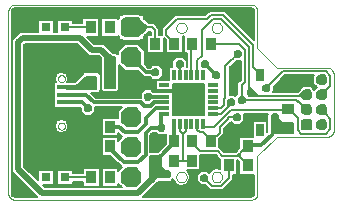
<source format=gbr>
G04 PROTEUS RS274X GERBER FILE*
%FSLAX45Y45*%
%MOMM*%
G01*
%ADD10C,0.177800*%
%ADD11C,0.300000*%
%ADD12C,0.500000*%
%ADD13C,0.400000*%
%ADD14C,0.609600*%
%ADD15R,1.700000X0.400000*%
%ADD16R,1.900000X1.900000*%
%ADD17R,1.500000X1.500000*%
%AMPPAD008*
4,1,20,
0.700000,0.023000,
0.700000,-0.023000,
0.697470,-0.048970,
0.690200,-0.072980,
0.678650,-0.094580,
0.663290,-0.113290,
0.644570,-0.128650,
0.622980,-0.140200,
0.598970,-0.147470,
0.573000,-0.150000,
-0.150000,-0.150000,
-0.150000,0.150000,
0.573000,0.150000,
0.598970,0.147470,
0.622980,0.140200,
0.644570,0.128650,
0.663290,0.113290,
0.678650,0.094580,
0.690200,0.072980,
0.697470,0.048970,
0.700000,0.023000,
0*%
%ADD18PPAD008*%
%AMPPAD009*
4,1,20,
-0.023000,0.700000,
0.023000,0.700000,
0.048970,0.697470,
0.072980,0.690200,
0.094580,0.678650,
0.113290,0.663290,
0.128650,0.644570,
0.140200,0.622980,
0.147470,0.598970,
0.150000,0.573000,
0.150000,-0.150000,
-0.150000,-0.150000,
-0.150000,0.573000,
-0.147470,0.598970,
-0.140200,0.622980,
-0.128650,0.644570,
-0.113290,0.663290,
-0.094580,0.678650,
-0.072980,0.690200,
-0.048970,0.697470,
-0.023000,0.700000,
0*%
%ADD19PPAD009*%
%AMPPAD010*
4,1,20,
-0.700000,-0.023000,
-0.700000,0.023000,
-0.697470,0.048970,
-0.690200,0.072980,
-0.678650,0.094580,
-0.663290,0.113290,
-0.644570,0.128650,
-0.622980,0.140200,
-0.598970,0.147470,
-0.573000,0.150000,
0.150000,0.150000,
0.150000,-0.150000,
-0.573000,-0.150000,
-0.598970,-0.147470,
-0.622980,-0.140200,
-0.644570,-0.128650,
-0.663290,-0.113290,
-0.678650,-0.094580,
-0.690200,-0.072980,
-0.697470,-0.048970,
-0.700000,-0.023000,
0*%
%ADD70PPAD010*%
%AMPPAD011*
4,1,20,
0.023000,-0.700000,
-0.023000,-0.700000,
-0.048970,-0.697470,
-0.072980,-0.690200,
-0.094580,-0.678650,
-0.113290,-0.663290,
-0.128650,-0.644570,
-0.140200,-0.622980,
-0.147470,-0.598970,
-0.150000,-0.573000,
-0.150000,0.150000,
0.150000,0.150000,
0.150000,-0.573000,
0.147470,-0.598970,
0.140200,-0.622980,
0.128650,-0.644570,
0.113290,-0.663290,
0.094580,-0.678650,
0.072980,-0.690200,
0.048970,-0.697470,
0.023000,-0.700000,
0*%
%ADD71PPAD011*%
%AMPPAD012*
4,1,36,
-1.123000,1.250000,
1.123000,1.250000,
1.148970,1.247470,
1.172980,1.240200,
1.194580,1.228650,
1.213290,1.213290,
1.228650,1.194570,
1.240200,1.172980,
1.247470,1.148970,
1.250000,1.123000,
1.250000,-1.123000,
1.247470,-1.148970,
1.240200,-1.172980,
1.228650,-1.194570,
1.213290,-1.213290,
1.194580,-1.228650,
1.172980,-1.240200,
1.148970,-1.247470,
1.123000,-1.250000,
-1.123000,-1.250000,
-1.148970,-1.247470,
-1.172980,-1.240200,
-1.194580,-1.228650,
-1.213290,-1.213290,
-1.228650,-1.194570,
-1.240200,-1.172980,
-1.247470,-1.148970,
-1.250000,-1.123000,
-1.250000,1.123000,
-1.247470,1.148970,
-1.240200,1.172980,
-1.228650,1.194570,
-1.213290,1.213290,
-1.194580,1.228650,
-1.172980,1.240200,
-1.148970,1.247470,
-1.123000,1.250000,
0*%
%ADD20PPAD012*%
%AMPPAD013*
4,1,36,
-0.800000,0.495200,
-0.800000,-0.495200,
-0.793940,-0.557520,
-0.776490,-0.615160,
-0.748770,-0.666980,
-0.711890,-0.711890,
-0.666980,-0.748760,
-0.615160,-0.776480,
-0.557520,-0.793930,
-0.495200,-0.800000,
0.495200,-0.800000,
0.557520,-0.793930,
0.615160,-0.776480,
0.666980,-0.748760,
0.711890,-0.711890,
0.748770,-0.666980,
0.776490,-0.615160,
0.793940,-0.557520,
0.800000,-0.495200,
0.800000,0.495200,
0.793940,0.557520,
0.776490,0.615160,
0.748770,0.666980,
0.711890,0.711890,
0.666980,0.748760,
0.615160,0.776480,
0.557520,0.793930,
0.495200,0.800000,
-0.495200,0.800000,
-0.557520,0.793930,
-0.615160,0.776480,
-0.666980,0.748760,
-0.711890,0.711890,
-0.748770,0.666980,
-0.776490,0.615160,
-0.793940,0.557520,
-0.800000,0.495200,
0*%
%ADD21PPAD013*%
%ADD22C,1.600000*%
%ADD23R,0.700000X1.000000*%
%AMPPAD016*
4,1,36,
0.450000,0.323000,
0.450000,-0.323000,
0.447470,-0.348970,
0.440200,-0.372980,
0.428650,-0.394580,
0.413290,-0.413290,
0.394570,-0.428650,
0.372980,-0.440200,
0.348970,-0.447470,
0.323000,-0.450000,
-0.323000,-0.450000,
-0.348970,-0.447470,
-0.372980,-0.440200,
-0.394570,-0.428650,
-0.413290,-0.413290,
-0.428650,-0.394580,
-0.440200,-0.372980,
-0.447470,-0.348970,
-0.450000,-0.323000,
-0.450000,0.323000,
-0.447470,0.348970,
-0.440200,0.372980,
-0.428650,0.394580,
-0.413290,0.413290,
-0.394570,0.428650,
-0.372980,0.440200,
-0.348970,0.447470,
-0.323000,0.450000,
0.323000,0.450000,
0.348970,0.447470,
0.372980,0.440200,
0.394570,0.428650,
0.413290,0.413290,
0.428650,0.394580,
0.440200,0.372980,
0.447470,0.348970,
0.450000,0.323000,
0*%
%ADD24PPAD016*%
%ADD25C,0.900000*%
%ADD26R,0.900000X1.050000*%
%ADD27R,0.800000X0.800000*%
%ADD28R,1.050000X0.900000*%
%ADD29C,0.025400*%
G36*
X+686050Y-571500D02*
X+686050Y-596900D01*
X+647950Y-635000D01*
X+609850Y-635000D01*
X+609850Y-546100D01*
X+660650Y-546100D01*
X+686050Y-571500D01*
G37*
G36*
X+1720850Y-222251D02*
X+1720850Y-254001D01*
X+1638300Y-254001D01*
X+1638300Y-152401D01*
X+1651000Y-152401D01*
X+1720850Y-222251D01*
G37*
G36*
X+1469631Y+795239D02*
X+1476471Y+790672D01*
X+1481039Y+783831D01*
X+1483360Y+771990D01*
X+1483360Y+528442D01*
X+1235913Y+775889D01*
X+1107162Y+775889D01*
X+1071328Y+740055D01*
X+816768Y+740055D01*
X+703791Y+627078D01*
X+703791Y+574468D01*
X+682009Y+574468D01*
X+682009Y+625578D01*
X+637028Y+670559D01*
X+592578Y+670559D01*
X+556259Y+706878D01*
X+556259Y+707235D01*
X+556003Y+707134D01*
X+551169Y+711968D01*
X+551169Y+741669D01*
X+521469Y+741669D01*
X+516379Y+746759D01*
X+372621Y+746759D01*
X+367531Y+741669D01*
X+337831Y+741669D01*
X+337831Y+711969D01*
X+333349Y+707487D01*
X+333349Y+714629D01*
X+190011Y+714629D01*
X+190011Y+556291D01*
X+333349Y+556291D01*
X+333349Y+562513D01*
X+337831Y+558031D01*
X+337831Y+528331D01*
X+367531Y+528331D01*
X+372621Y+523241D01*
X+516379Y+523241D01*
X+521469Y+528331D01*
X+551169Y+528331D01*
X+551169Y+558031D01*
X+554479Y+561340D01*
X+592579Y+599441D01*
X+607570Y+599441D01*
X+610891Y+596120D01*
X+610891Y+574468D01*
X+574781Y+574468D01*
X+574781Y+416130D01*
X+718119Y+416130D01*
X+718119Y+542442D01*
X+734781Y+525780D01*
X+734781Y+416130D01*
X+878119Y+416130D01*
X+878119Y+560011D01*
X+887181Y+562302D01*
X+887181Y+416130D01*
X+917941Y+416130D01*
X+917941Y+296669D01*
X+913707Y+296669D01*
X+914459Y+297421D01*
X+914459Y+352279D01*
X+880929Y+385809D01*
X+826071Y+385809D01*
X+792541Y+352279D01*
X+792541Y+297421D01*
X+793293Y+296669D01*
X+761831Y+296669D01*
X+761831Y+191669D01*
X+656831Y+191669D01*
X+656831Y+108331D01*
X+694259Y+108331D01*
X+689610Y+103682D01*
X+689610Y+96318D01*
X+694259Y+91669D01*
X+630919Y+91669D01*
X+611629Y+110959D01*
X+556771Y+110959D01*
X+523241Y+77429D01*
X+523241Y+41669D01*
X+144259Y+41669D01*
X+104187Y+81741D01*
X+163319Y+81741D01*
X+170509Y+88931D01*
X+175809Y+88931D01*
X+175809Y+94231D01*
X+184149Y+102571D01*
X+184149Y+233629D01*
X+175809Y+241969D01*
X+175809Y+247269D01*
X+170509Y+247269D01*
X+163319Y+254459D01*
X+44961Y+254459D01*
X+37771Y+247269D01*
X+32471Y+247269D01*
X+32471Y+241969D01*
X-32829Y+176669D01*
X-97178Y+176669D01*
X-88660Y+193241D01*
X-88660Y+206759D01*
X-109582Y+247462D01*
X-120604Y+251000D01*
X-146600Y+259343D01*
X-183618Y+247462D01*
X-204540Y+206759D01*
X-204540Y+193241D01*
X-196022Y+176669D01*
X-213269Y+176669D01*
X-213269Y-46669D01*
X+10069Y-46669D01*
X+10069Y-43597D01*
X+15241Y-48769D01*
X+15241Y-78229D01*
X+48771Y-111759D01*
X+103629Y-111759D01*
X+137159Y-78229D01*
X+137159Y-41669D01*
X+365243Y-41669D01*
X+332741Y-74171D01*
X+332741Y-127381D01*
X+192471Y-127381D01*
X+192471Y-285719D01*
X+335809Y-285719D01*
X+335809Y-261386D01*
X+367668Y-293244D01*
X+335809Y-325103D01*
X+335809Y-292481D01*
X+192471Y-292481D01*
X+192471Y-450819D01*
X+264891Y-450819D01*
X+363741Y-549669D01*
X+365243Y-549669D01*
X+335809Y-579103D01*
X+335809Y-555371D01*
X+192471Y-555371D01*
X+192471Y-713709D01*
X+335809Y-713709D01*
X+335809Y-690897D01*
X+361593Y-716681D01*
X-289748Y-716681D01*
X-305220Y-701209D01*
X-212651Y-701209D01*
X-212651Y-567871D01*
X-345989Y-567871D01*
X-345989Y-660440D01*
X-462681Y-543748D01*
X-462681Y+486599D01*
X-454849Y+494431D01*
X-15051Y+494431D01*
X+86549Y+392831D01*
X+169099Y+392831D01*
X+186691Y+375239D01*
X+186691Y+105921D01*
X+192471Y+100141D01*
X+192471Y+88931D01*
X+203681Y+88931D01*
X+207521Y+85091D01*
X+319529Y+85091D01*
X+323369Y+88931D01*
X+335809Y+88931D01*
X+335809Y+101371D01*
X+340359Y+105921D01*
X+340359Y+320553D01*
X+391671Y+269241D01*
X+497331Y+269241D01*
X+554241Y+212331D01*
X+600981Y+212331D01*
X+620271Y+193041D01*
X+675129Y+193041D01*
X+708659Y+226571D01*
X+708659Y+281429D01*
X+675129Y+314959D01*
X+620271Y+314959D01*
X+600981Y+295669D01*
X+588759Y+295669D01*
X+556259Y+328169D01*
X+556259Y+433829D01*
X+497329Y+492759D01*
X+391671Y+492759D01*
X+332741Y+433829D01*
X+332741Y+412369D01*
X+323719Y+412369D01*
X+319529Y+416559D01*
X+291511Y+416559D01*
X+211901Y+496169D01*
X+129351Y+496169D01*
X+69229Y+556291D01*
X+173349Y+556291D01*
X+173349Y+714629D01*
X+30011Y+714629D01*
X+30011Y+671019D01*
X-47651Y+671019D01*
X-47651Y+702129D01*
X-180989Y+702129D01*
X-180989Y+597769D01*
X-212651Y+597769D01*
X-212651Y+702129D01*
X-345989Y+702129D01*
X-345989Y+597769D01*
X-497651Y+597769D01*
X-566019Y+529401D01*
X-566019Y-586550D01*
X-355009Y-797560D01*
X-543389Y-797560D01*
X-555231Y-795239D01*
X-562072Y-790672D01*
X-566639Y-783831D01*
X-568960Y-771989D01*
X-568960Y+771989D01*
X-566639Y+783831D01*
X-562072Y+790672D01*
X-555231Y+795239D01*
X-543389Y+797560D01*
X+1457789Y+797560D01*
X+1469631Y+795239D01*
G37*
%LPC*%
G36*
X-120604Y-149000D02*
X-109582Y-152538D01*
X-88660Y-193241D01*
X-88660Y-206759D01*
X-91751Y-212773D01*
X-109582Y-247462D01*
X-120604Y-251000D01*
X-146600Y-259343D01*
X-183618Y-247462D01*
X-204540Y-206759D01*
X-204540Y-193241D01*
X-201449Y-187227D01*
X-183618Y-152538D01*
X-172596Y-149000D01*
X-146600Y-140657D01*
X-120604Y-149000D01*
G37*
G36*
X-105282Y-56110D02*
X-97918Y-56110D01*
X-92710Y-61318D01*
X-92710Y-68682D01*
X-97918Y-73890D01*
X-105282Y-73890D01*
X-110490Y-68682D01*
X-110490Y-61318D01*
X-105282Y-56110D01*
G37*
G36*
X-105282Y-121110D02*
X-97918Y-121110D01*
X-92710Y-126318D01*
X-92710Y-133682D01*
X-97918Y-138890D01*
X-105282Y-138890D01*
X-110490Y-133682D01*
X-110490Y-126318D01*
X-105282Y-121110D01*
G37*
G36*
X-337470Y-385005D02*
X-337470Y-404995D01*
X-351605Y-419130D01*
X-371595Y-419130D01*
X-385730Y-404995D01*
X-385730Y-385005D01*
X-371595Y-370870D01*
X-351605Y-370870D01*
X-337470Y-385005D01*
G37*
G36*
X-92470Y-325005D02*
X-92470Y-344995D01*
X-106605Y-359130D01*
X-126595Y-359130D01*
X-140730Y-344995D01*
X-140730Y-325005D01*
X-126595Y-310870D01*
X-106605Y-310870D01*
X-92470Y-325005D01*
G37*
G36*
X-92470Y+344995D02*
X-92470Y+325005D01*
X-106605Y+310870D01*
X-126595Y+310870D01*
X-140730Y+325005D01*
X-140730Y+344995D01*
X-126595Y+359130D01*
X-106605Y+359130D01*
X-92470Y+344995D01*
G37*
G36*
X-337470Y+404995D02*
X-337470Y+385005D01*
X-351605Y+370870D01*
X-371595Y+370870D01*
X-385730Y+385005D01*
X-385730Y+404995D01*
X-371595Y+419130D01*
X-351605Y+419130D01*
X-337470Y+404995D01*
G37*
G36*
X+467858Y+70610D02*
X+421142Y+70610D01*
X+388110Y+103642D01*
X+388110Y+150358D01*
X+421142Y+183390D01*
X+467858Y+183390D01*
X+500890Y+150358D01*
X+500890Y+103642D01*
X+467858Y+70610D01*
G37*
G36*
X+175809Y-713709D02*
X+32471Y-713709D01*
X+32471Y-670099D01*
X-47651Y-670099D01*
X-47651Y-701209D01*
X-180989Y-701209D01*
X-180989Y-567871D01*
X-47651Y-567871D01*
X-47651Y-598981D01*
X+32471Y-598981D01*
X+32471Y-555371D01*
X+175809Y-555371D01*
X+175809Y-713709D01*
G37*
G36*
X+128270Y+343195D02*
X+128270Y+323205D01*
X+114135Y+309070D01*
X+94145Y+309070D01*
X+80010Y+323205D01*
X+80010Y+343195D01*
X+94145Y+357330D01*
X+114135Y+357330D01*
X+128270Y+343195D01*
G37*
G36*
X+113030Y-202868D02*
X+113030Y-210232D01*
X+107822Y-215440D01*
X+100458Y-215440D01*
X+95250Y-210232D01*
X+95250Y-202868D01*
X+100458Y-197660D01*
X+107822Y-197660D01*
X+113030Y-202868D01*
G37*
G36*
X+113030Y-367968D02*
X+113030Y-375332D01*
X+107822Y-380540D01*
X+100458Y-380540D01*
X+95250Y-375332D01*
X+95250Y-367968D01*
X+100458Y-362760D01*
X+107822Y-362760D01*
X+113030Y-367968D01*
G37*
G36*
X-544830Y-759295D02*
X-544830Y-739305D01*
X-530695Y-725170D01*
X-510705Y-725170D01*
X-496570Y-739305D01*
X-496570Y-759295D01*
X-510705Y-773430D01*
X-530695Y-773430D01*
X-544830Y-759295D01*
G37*
G36*
X+1360170Y+726605D02*
X+1360170Y+746595D01*
X+1374305Y+760730D01*
X+1394295Y+760730D01*
X+1408430Y+746595D01*
X+1408430Y+726605D01*
X+1394295Y+712470D01*
X+1374305Y+712470D01*
X+1360170Y+726605D01*
G37*
G36*
X+630170Y+726605D02*
X+630170Y+746595D01*
X+644305Y+760730D01*
X+664295Y+760730D01*
X+678430Y+746595D01*
X+678430Y+726605D01*
X+664295Y+712470D01*
X+644305Y+712470D01*
X+630170Y+726605D01*
G37*
G36*
X-544830Y+739305D02*
X-544830Y+759295D01*
X-530695Y+773430D01*
X-510705Y+773430D01*
X-496570Y+759295D01*
X-496570Y+739305D01*
X-510705Y+725170D01*
X-530695Y+725170D01*
X-544830Y+739305D01*
G37*
%LPD*%
G36*
X+1198031Y-486319D02*
X+1198031Y-565045D01*
X+1197529Y-564918D01*
X+1169300Y-557782D01*
X+1133395Y-566859D01*
X+1104297Y-596809D01*
X+1087879Y-580391D01*
X+1033021Y-580391D01*
X+999491Y-613921D01*
X+999491Y-668779D01*
X+1033021Y-702309D01*
X+1071121Y-702309D01*
X+1108830Y-740018D01*
X+1221620Y-740018D01*
X+1305259Y-656379D01*
X+1305259Y-611969D01*
X+1341369Y-611969D01*
X+1341369Y-489007D01*
X+1358031Y-505669D01*
X+1358031Y-611969D01*
X+1483360Y-611969D01*
X+1483360Y-771989D01*
X+1481039Y-783831D01*
X+1476472Y-790672D01*
X+1469631Y-795239D01*
X+1457789Y-797560D01*
X+545510Y-797560D01*
X+672511Y-670559D01*
X+776729Y-670559D01*
X+799441Y-647847D01*
X+803698Y-665775D01*
X+833395Y-696341D01*
X+869300Y-705418D01*
X+905205Y-696341D01*
X+934902Y-665775D01*
X+943016Y-631600D01*
X+934902Y-597425D01*
X+912600Y-574470D01*
X+1029269Y-574470D01*
X+1029269Y-448309D01*
X+1160021Y-448309D01*
X+1198031Y-486319D01*
G37*
%LPC*%
G36*
X+1141730Y-485306D02*
X+1141730Y-505296D01*
X+1127595Y-519431D01*
X+1107605Y-519431D01*
X+1093470Y-505296D01*
X+1093470Y-485306D01*
X+1107605Y-471171D01*
X+1127595Y-471171D01*
X+1141730Y-485306D01*
G37*
G36*
X+630170Y-746595D02*
X+630170Y-726605D01*
X+644305Y-712470D01*
X+664295Y-712470D01*
X+678430Y-726605D01*
X+678430Y-746595D01*
X+664295Y-760730D01*
X+644305Y-760730D01*
X+630170Y-746595D01*
G37*
G36*
X+1360170Y-746595D02*
X+1360170Y-726605D01*
X+1374305Y-712470D01*
X+1394295Y-712470D01*
X+1408430Y-726605D01*
X+1408430Y-746595D01*
X+1394295Y-760730D01*
X+1374305Y-760730D01*
X+1360170Y-746595D01*
G37*
%LPD*%
G36*
X+1983741Y+224279D02*
X+1983741Y+156721D01*
X+2013462Y+127000D01*
X+1993900Y+107438D01*
X+1964179Y+137159D01*
X+1896621Y+137159D01*
X+1852170Y+92709D01*
X+1647947Y+92709D01*
X+1648459Y+93221D01*
X+1648459Y+131321D01*
X+1745670Y+228532D01*
X+1913433Y+228532D01*
X+1891510Y+206609D01*
X+1891510Y+174391D01*
X+1914291Y+151610D01*
X+1946509Y+151610D01*
X+1969290Y+174391D01*
X+1969290Y+206609D01*
X+1947367Y+228532D01*
X+1987994Y+228532D01*
X+1983741Y+224279D01*
G37*
%LPC*%
G36*
X+1747520Y+180505D02*
X+1747520Y+200495D01*
X+1761655Y+214630D01*
X+1781645Y+214630D01*
X+1795780Y+200495D01*
X+1795780Y+180505D01*
X+1781645Y+166370D01*
X+1761655Y+166370D01*
X+1747520Y+180505D01*
G37*
%LPD*%
G36*
X+1371529Y+192121D02*
X+1342391Y+162983D01*
X+1342391Y+71879D01*
X+1323975Y+53463D01*
X+1316479Y+60959D01*
X+1276396Y+60959D01*
X+1276396Y+292009D01*
X+1301637Y+317250D01*
X+1301637Y+317899D01*
X+1335529Y+351791D01*
X+1371529Y+351791D01*
X+1371529Y+192121D01*
G37*
%LPC*%
G36*
X+1311782Y+219710D02*
X+1304418Y+219710D01*
X+1299210Y+224918D01*
X+1299210Y+232282D01*
X+1304418Y+237490D01*
X+1311782Y+237490D01*
X+1316990Y+232282D01*
X+1316990Y+224918D01*
X+1311782Y+219710D01*
G37*
G36*
X+1322070Y+313855D02*
X+1322070Y+333845D01*
X+1336205Y+347980D01*
X+1356195Y+347980D01*
X+1370330Y+333845D01*
X+1370330Y+313855D01*
X+1356195Y+299720D01*
X+1336205Y+299720D01*
X+1322070Y+313855D01*
G37*
%LPD*%
G36*
X+1061831Y+108331D02*
X+1061831Y-108331D01*
X+795169Y-108331D01*
X+795169Y+91669D01*
X+702741Y+91669D01*
X+707390Y+96318D01*
X+707390Y+103682D01*
X+702741Y+108331D01*
X+795169Y+108331D01*
X+795169Y+158331D01*
X+1061831Y+158331D01*
X+1061831Y+108331D01*
G37*
%LPC*%
G36*
X+952630Y+34995D02*
X+952630Y+15005D01*
X+938495Y+870D01*
X+918505Y+870D01*
X+904370Y+15005D01*
X+904370Y+34995D01*
X+918505Y+49130D01*
X+938495Y+49130D01*
X+952630Y+34995D01*
G37*
%LPD*%
G36*
X+1596391Y-99572D02*
X+1596391Y-249683D01*
X+1594769Y-251305D01*
X+1594769Y-154731D01*
X+1471431Y-154731D01*
X+1471431Y-288531D01*
X+1358031Y-288531D01*
X+1358031Y-389081D01*
X+1331821Y-415291D01*
X+1227579Y-415291D01*
X+1189479Y-377191D01*
X+1189269Y-377191D01*
X+1189269Y-308820D01*
X+1228746Y-269343D01*
X+1228746Y-223667D01*
X+1288438Y-163976D01*
X+1312421Y-187959D01*
X+1367279Y-187959D01*
X+1400809Y-154429D01*
X+1400809Y-99571D01*
X+1397690Y-96452D01*
X+1599511Y-96452D01*
X+1596391Y-99572D01*
G37*
%LPC*%
G36*
X+1332230Y-221405D02*
X+1332230Y-241395D01*
X+1318095Y-255530D01*
X+1298105Y-255530D01*
X+1283970Y-241395D01*
X+1283970Y-221405D01*
X+1298105Y-207270D01*
X+1318095Y-207270D01*
X+1332230Y-221405D01*
G37*
G36*
X+1278590Y-364018D02*
X+1278590Y-371382D01*
X+1273382Y-376590D01*
X+1266018Y-376590D01*
X+1260810Y-371382D01*
X+1260810Y-364018D01*
X+1266018Y-358810D01*
X+1273382Y-358810D01*
X+1278590Y-364018D01*
G37*
G36*
X+1512570Y-136996D02*
X+1512570Y-117006D01*
X+1526705Y-102871D01*
X+1546695Y-102871D01*
X+1560830Y-117006D01*
X+1560830Y-136996D01*
X+1546695Y-151131D01*
X+1526705Y-151131D01*
X+1512570Y-136996D01*
G37*
%LPD*%
G36*
X+664721Y-268909D02*
X+671071Y-275259D01*
X+725929Y-275259D01*
X+734781Y-266407D01*
X+734781Y-348042D01*
X+667532Y-415291D01*
X+606819Y-415291D01*
X+606819Y-276360D01*
X+627210Y-255969D01*
X+651781Y-255969D01*
X+664721Y-268909D01*
G37*
%LPC*%
G36*
X+670580Y-320205D02*
X+670580Y-340195D01*
X+656445Y-354330D01*
X+636455Y-354330D01*
X+622320Y-340195D01*
X+622320Y-320205D01*
X+636455Y-306070D01*
X+656445Y-306070D01*
X+670580Y-320205D01*
G37*
%LPD*%
D10*
X-114320Y-634540D02*
X+104140Y-634540D01*
X+444500Y-635000D02*
X+444500Y-558800D01*
X+482600Y-558800D01*
X+520700Y-596900D01*
X+520700Y-673100D01*
X+482600Y-711200D01*
X+406400Y-711200D01*
X+368300Y-673100D01*
X+368300Y-596900D01*
X+406400Y-558800D01*
X+444500Y-558800D01*
X+444500Y-381000D02*
X+444500Y-304800D01*
X+482600Y-304800D01*
X+520700Y-342900D01*
X+520700Y-419100D01*
X+482600Y-457200D01*
X+406400Y-457200D01*
X+368300Y-419100D01*
X+368300Y-342900D01*
X+406400Y-304800D01*
X+444500Y-304800D01*
X+444500Y-127000D02*
X+444500Y-50800D01*
X+482600Y-50800D01*
X+520700Y-88900D01*
X+520700Y-165100D01*
X+482600Y-203200D01*
X+406400Y-203200D01*
X+368300Y-165100D01*
X+368300Y-88900D01*
X+406400Y-50800D01*
X+444500Y-50800D01*
X+57150Y-31750D02*
X+76200Y-50800D01*
X-101600Y+0D02*
X-101600Y+0D01*
X+50800Y-50800D02*
X+50800Y-38100D01*
X+50800Y-25400D01*
X+76200Y-50800D02*
X+101600Y-50800D01*
X+101600Y-63500D01*
X+88900Y-76200D01*
X+63500Y-76200D01*
X+50800Y-63500D01*
X+50800Y-50800D01*
X+50800Y-38100D02*
X+57150Y-31750D01*
D11*
X-101600Y+0D02*
X+25400Y+0D01*
X+50800Y-25400D01*
X+57150Y-31750D01*
D10*
X+82550Y-25400D02*
X+63500Y-25400D01*
X+50800Y-25400D01*
X+57150Y-31750D02*
X+63500Y-25400D01*
X+82550Y-25400D02*
X+88900Y-25400D01*
X+101600Y-38100D01*
X+101600Y-57150D01*
X+609600Y+50000D02*
X+584200Y+50000D01*
X+603250Y+69050D02*
X+609600Y+62700D01*
X+622300Y+50000D01*
X+584200Y+50000D02*
X+584200Y+75400D01*
X+596900Y+75400D01*
X+603250Y+69050D01*
X+609600Y+62700D02*
X+609600Y+50000D01*
D11*
X+698500Y+50000D02*
X+622300Y+50000D01*
X+609600Y+50000D01*
D10*
X+603250Y+30950D02*
X+609600Y+37300D01*
X+622300Y+50000D01*
X+609600Y+50000D02*
X+609600Y+37300D01*
X+603250Y+30950D02*
X+596900Y+24600D01*
X+571500Y+24600D01*
X+558800Y+37300D01*
X+558800Y+62700D01*
X+571500Y+75400D01*
X+596900Y+75400D01*
X-101600Y-130000D02*
X+67141Y-130000D01*
X-101600Y-65000D02*
X+2141Y-65000D01*
X+67141Y-130000D01*
X+104140Y-166999D01*
X+104140Y-206550D01*
X-116600Y-335000D02*
X+11850Y-206550D01*
X+104140Y-206550D01*
X+104140Y-371650D01*
X+264140Y+333200D02*
X+264140Y+317500D01*
D12*
X+254000Y+381000D02*
X+264140Y+370860D01*
X+264140Y+333200D01*
D10*
X+285750Y+120650D02*
X+264140Y+120650D01*
X+264140Y+168100D02*
X+264140Y+120650D01*
D12*
X+222250Y+412750D02*
X+254000Y+381000D01*
D10*
X+264140Y+215900D02*
X+264140Y+168100D01*
X+264140Y+120650D02*
X+222250Y+120650D01*
X+222250Y+215900D01*
X+285750Y+120650D02*
X+304800Y+120650D01*
X+304800Y+215900D01*
X+264140Y+317500D02*
X+264140Y+285750D01*
X+264140Y+215900D01*
X+222250Y+215900D02*
X+222250Y+285750D01*
X+222250Y+412750D01*
X+304800Y+215900D02*
X+304800Y+285750D01*
X+304800Y+381000D01*
X+254000Y+381000D01*
X+292100Y+215900D02*
X+292100Y+285750D01*
X+304800Y+215900D02*
X+292100Y+215900D01*
X+292100Y+285750D02*
X+304800Y+285750D01*
X+279400Y+285750D02*
X+279400Y+215900D01*
X+292100Y+215900D02*
X+279400Y+215900D01*
X+264140Y+215900D01*
X+264140Y+285750D02*
X+279400Y+285750D01*
X+292100Y+285750D01*
X+254000Y+215900D02*
X+254000Y+285750D01*
X+264140Y+215900D02*
X+254000Y+215900D01*
X+254000Y+285750D02*
X+264140Y+285750D01*
X+241300Y+285750D02*
X+241300Y+215900D01*
X+254000Y+215900D02*
X+241300Y+215900D01*
X+241300Y+285750D02*
X+254000Y+285750D01*
X+228600Y+215900D02*
X+228600Y+285750D01*
X+241300Y+215900D02*
X+228600Y+215900D01*
X+222250Y+215900D01*
X+222250Y+285750D02*
X+228600Y+285750D01*
X+241300Y+285750D01*
X+444500Y+381000D02*
X+501650Y+438150D01*
X+444500Y+381000D02*
X+444500Y+457200D01*
X+482600Y+457200D01*
X+501650Y+438150D01*
D11*
X+698500Y+0D02*
X+633750Y+0D01*
X+607550Y-26200D01*
X+552450Y-26200D01*
X+526250Y+0D01*
X+127000Y+0D01*
X+62000Y+65000D01*
X-101600Y+65000D01*
D10*
X+805200Y-328950D02*
X+805200Y-323851D01*
X+806450Y-330200D01*
D11*
X+803500Y-205000D02*
X+803500Y-327250D01*
X+805200Y-328950D01*
X+806450Y-330200D01*
D10*
X+853500Y-205000D02*
X+853500Y-238800D01*
X+870500Y-255800D01*
X+877475Y-262775D01*
X+903500Y-243100D02*
X+890800Y-255800D01*
X+880650Y-265950D01*
X+890800Y-255800D02*
X+870500Y-255800D01*
X+903500Y-243100D02*
X+903500Y-205000D01*
X+880650Y-265950D02*
X+877475Y-262775D01*
D11*
X+744750Y+100000D02*
X+738400Y+100000D01*
X+698500Y+100000D01*
D10*
X+520700Y+127000D02*
X+444500Y+127000D01*
D11*
X+744750Y+100000D02*
X+853500Y+100000D01*
X+928500Y+25000D01*
D10*
X+511175Y+79375D02*
X+520700Y+88900D01*
X+520700Y+127000D02*
X+520700Y+88900D01*
X+511175Y+79375D02*
X+482600Y+50800D01*
X+406400Y+50800D01*
X+368300Y+88900D01*
X+368300Y+165100D01*
X+406400Y+203200D01*
X+444500Y+203200D01*
X+503450Y+182350D02*
X+520700Y+165100D01*
X+444500Y+127000D02*
X+444500Y+203200D01*
X+482600Y+203200D01*
X+503450Y+182350D01*
X+520700Y+165100D02*
X+520700Y+127000D01*
X+541550Y+144250D02*
X+541550Y+127000D01*
X+541550Y+109750D01*
X+533400Y+101600D01*
X+541550Y+109750D02*
X+558800Y+127000D01*
D11*
X+541550Y+127000D01*
D10*
X+541550Y+144250D02*
X+558800Y+127000D01*
X+528850Y+156950D02*
X+528850Y+127000D01*
X+528850Y+97050D01*
X+520700Y+88900D01*
X+528850Y+97050D02*
X+533400Y+101600D01*
X+541550Y+127000D02*
X+528850Y+127000D01*
X+520700Y+127000D01*
X+520700Y+165100D02*
X+528850Y+156950D01*
X+541550Y+144250D01*
D11*
X+698500Y+100000D02*
X+636601Y+100000D01*
X+609601Y+127000D01*
X+558800Y+127000D01*
X+698500Y-50000D02*
X+653600Y-50000D01*
X+571500Y-132100D01*
X+571500Y-184150D01*
X+501650Y-254000D01*
X+387351Y-254000D01*
X+339901Y-206550D01*
X+264140Y-206550D01*
D10*
X+511175Y+568325D02*
X+444500Y+635000D01*
X+511175Y+568325D02*
X+501650Y+558800D01*
X+387350Y+558800D01*
X+368300Y+577850D01*
X+368300Y+692150D01*
X+387350Y+711200D01*
X+444500Y+711200D01*
X+1263650Y+0D02*
X+1289050Y+0D01*
X+1270000Y+19050D02*
X+1263650Y+12700D01*
X+1263650Y+0D02*
X+1263650Y+12700D01*
X+1270000Y+19050D02*
X+1276350Y+25400D01*
X+1301750Y+25400D01*
X+1327150Y+393700D02*
X+1333500Y+387350D01*
X+1320800Y+400050D02*
X+1327150Y+393700D01*
X-114320Y+635460D02*
X+101680Y+635460D01*
X+953500Y+255000D02*
X+953500Y+489949D01*
X+958850Y+495299D01*
X+853500Y+299450D02*
X+853500Y+324850D01*
X+878900Y+312150D02*
X+866200Y+299450D01*
X+853500Y+286750D01*
X+853500Y+324850D02*
X+853500Y+350250D01*
X+866200Y+350250D01*
X+878900Y+337550D01*
X+878900Y+312150D01*
X+866200Y+299450D02*
X+853500Y+299450D01*
X+853500Y+255000D02*
X+853500Y+286750D01*
X+853500Y+299450D01*
X+834450Y+305800D02*
X+840800Y+299450D01*
X+853500Y+286750D01*
X+853500Y+299450D02*
X+840800Y+299450D01*
X+834450Y+305800D02*
X+828100Y+312150D01*
X+828100Y+337550D01*
X+840800Y+350250D01*
X+866200Y+350250D01*
X+880650Y-265950D02*
X+880650Y-495301D01*
X+806450Y-495301D02*
X+880650Y-495301D01*
X+957600Y-495301D01*
X+1346200Y+412750D02*
X+1346200Y+387350D01*
X+1346200Y+412750D02*
X+1365250Y+393700D01*
X+1158500Y-50000D02*
X+1179606Y-50000D01*
X+1371600Y+425450D02*
X+1371600Y+412750D01*
X+1371600Y+400050D01*
X+1346200Y+412750D02*
X+1371600Y+412750D01*
X+1371600Y+425450D02*
X+1358900Y+438150D01*
X+1333500Y+438150D01*
X+1320800Y+425450D01*
X+1320800Y+419100D01*
X+1365250Y+393700D02*
X+1371600Y+400050D01*
X+1352550Y+387350D02*
X+1358900Y+387350D01*
X+1365250Y+393700D01*
X+2057400Y-190500D02*
X+2057400Y-152400D01*
X+2076450Y-152400D01*
X+2095500Y-171450D01*
X+2095500Y-209550D01*
X+2076450Y-228600D01*
X+2038350Y-228600D01*
X+2019300Y-209550D01*
X+2019300Y-171450D01*
X+2038350Y-152400D01*
X+2057400Y-152400D01*
X+2057400Y+190500D02*
X+2057400Y+228600D01*
X+2076450Y+228600D01*
X+2095500Y+209550D01*
X+2095500Y+171450D01*
X+2076450Y+152400D01*
X+2038350Y+152400D01*
X+2019300Y+171450D01*
X+2019300Y+209550D01*
X+2038350Y+228600D01*
X+2057400Y+228600D01*
X+1895475Y-225425D02*
X+1892300Y-222250D01*
X+1892300Y-158750D01*
X+1898650Y-152400D01*
X+1930400Y-152400D01*
X+1895475Y-225425D02*
X+1930400Y-190500D01*
X+1911350Y-228600D02*
X+1898650Y-228600D01*
X+1930400Y-190500D02*
X+1930400Y-152400D01*
X+1962150Y-152400D01*
X+1968500Y-158750D01*
X+1968500Y-222250D01*
X+1962150Y-228600D01*
X+1911350Y-228600D01*
X+1898650Y-228600D02*
X+1895475Y-225425D01*
X+2057400Y+63500D02*
X+2085975Y+34925D01*
X+2076450Y+25400D01*
X+2038350Y+25400D01*
X+2019300Y+44450D01*
X+2019300Y+82550D01*
X+2038350Y+101600D01*
X+2057400Y+101600D01*
X+2057400Y-63500D02*
X+2085975Y-92075D01*
X+1892300Y+82550D02*
X+1901825Y+92075D01*
X+1936450Y+101600D02*
X+1930400Y+101600D01*
X+1911350Y+101600D01*
X+1901825Y+92075D02*
X+1911350Y+101600D01*
X+1930400Y+63500D02*
X+1930400Y+101600D01*
X+1892300Y-56550D02*
X+1892300Y-44450D01*
X+1892300Y-25400D01*
X+1892300Y-44450D02*
X+1901825Y-34925D01*
X+1930400Y-25400D02*
X+1911350Y-25400D01*
X+1892300Y-25400D01*
X+1901825Y-34925D02*
X+1911350Y-25400D01*
X+1930400Y-63500D02*
X+1930400Y-25400D01*
X+1949450Y-25400D01*
X+1968500Y-44450D01*
X+1968500Y-82550D01*
X+1949450Y-101600D01*
X+1911350Y-101600D01*
X+1892300Y-82550D01*
X+1892300Y-56550D01*
X+1276350Y-25400D02*
X+1270000Y-19050D01*
X+1263650Y-12700D01*
X+1276350Y-25400D02*
X+1263650Y-25400D01*
X+1289050Y+0D02*
X+1289050Y+25400D01*
X+1301750Y+25400D01*
X+1314450Y+12700D01*
X+1314450Y-12700D01*
X+1301750Y-25400D01*
X+1295400Y-25400D01*
X+1263650Y-6350D02*
X+1263650Y+0D01*
X+2066550Y-101600D02*
X+2076450Y-101600D01*
X+2095500Y-101600D01*
X+2085975Y-92075D02*
X+2076450Y-101600D01*
X+2066550Y-101600D02*
X+2038350Y-101600D01*
X+2019300Y-82550D01*
X+2019300Y-44450D01*
X+2038350Y-25400D01*
X+2057400Y-25400D01*
X+2085975Y-92075D02*
X+2095500Y-101600D01*
X+2095500Y-55550D02*
X+2095500Y-82550D01*
X+2057400Y-63500D02*
X+2057400Y-25400D01*
X+2076450Y-25400D01*
X+2095500Y-44450D01*
X+2095500Y-55550D01*
X+2095500Y+65100D02*
X+2095500Y+82550D01*
X+2095500Y+101600D01*
X+2085975Y+92075D02*
X+2095500Y+82550D01*
X+2095500Y+65100D02*
X+2095500Y+44450D01*
X+2085975Y+34925D01*
X+2057400Y+101600D02*
X+2076450Y+101600D01*
X+2095500Y+101600D01*
X+2057400Y+63500D02*
X+2057400Y+101600D01*
X+2076450Y+101600D02*
X+2085975Y+92075D01*
X+1346200Y+412750D02*
X+1327150Y+393700D01*
X+1352550Y+387350D02*
X+1346200Y+387350D01*
X+1333500Y+387350D01*
X+1320800Y+387350D01*
X+1327150Y+393700D02*
X+1320800Y+387350D01*
X+1320800Y+412750D02*
X+1320800Y+400050D01*
X+1320800Y+387350D01*
X+1320800Y+419100D02*
X+1320800Y+412750D01*
X+1295400Y-25400D02*
X+1286292Y-25400D01*
X+1276350Y-25400D01*
X+1289050Y+0D02*
X+1282700Y-6350D01*
X+1270000Y-19050D01*
X+1263650Y-25400D01*
X+1201750Y-100000D02*
X+1158500Y-100000D01*
X+1092200Y-205000D02*
X+1146969Y-205000D01*
X+1092200Y-205000D02*
X+1053500Y-205000D01*
X+1225550Y-76200D02*
X+1244600Y-57150D01*
X+1276350Y-25400D02*
X+1289050Y-12700D01*
X+1289050Y+0D01*
X+1286292Y-25400D02*
X+1289050Y-22642D01*
X+1289050Y-12700D01*
X+1225550Y-76200D02*
X+1201750Y-100000D01*
X+1263650Y-6350D02*
X+1263650Y-12700D01*
X+1263650Y-25400D01*
X+1263650Y-38100D01*
X+1263650Y-38164D01*
X+1244600Y-57150D02*
X+1263650Y-38100D01*
X+1276350Y-25400D01*
X+1117600Y-330201D02*
X+1117600Y-317502D01*
X+1003500Y-205000D02*
X+1003500Y-235151D01*
X+1022350Y-254001D01*
X+1054099Y-254001D01*
X+1117600Y-317502D01*
X+735974Y-584826D02*
X+749300Y-598151D01*
X+749300Y-609600D01*
X+735974Y-584826D02*
X+736600Y-584200D01*
X+762000Y-584200D01*
X+736600Y-635000D02*
X+730250Y-628650D01*
X+723900Y-622300D01*
X+723900Y-609600D01*
X+606745Y-450850D02*
X+606745Y-505145D01*
X+697248Y-546100D02*
X+735974Y-584826D01*
X+647700Y-546100D02*
X+606745Y-505145D01*
X+606745Y-450850D02*
X+690901Y-450850D01*
D11*
X+646450Y-495301D02*
X+690901Y-450850D01*
D10*
X+692150Y-546100D02*
X+692150Y-541002D01*
X+692150Y-449601D01*
X+692150Y-546100D02*
X+697248Y-546100D01*
X+646450Y-495301D02*
X+692150Y-541002D01*
X+697248Y-546100D01*
D11*
X+690901Y-450850D02*
X+692150Y-449601D01*
X+805200Y-336551D01*
X+805200Y-328950D01*
D10*
X+723900Y-609600D02*
X+723900Y-596900D01*
X+704850Y-603250D02*
X+698500Y-596900D01*
X+647700Y-546100D01*
X+730250Y-590550D02*
X+685800Y-546100D01*
X+679450Y-539750D01*
X+685800Y-546100D02*
X+692150Y-546100D01*
X+723900Y-596900D02*
X+730250Y-590550D01*
X+735974Y-584826D01*
X+723900Y-596900D02*
X+673100Y-546100D01*
X+666750Y-539750D01*
X+673100Y-546100D02*
X+685800Y-546100D01*
X+711200Y-596900D02*
X+660400Y-546100D01*
X+654050Y-539750D01*
X+723900Y-596900D02*
X+711200Y-596900D01*
X+698500Y-596900D01*
X+647700Y-546100D02*
X+660400Y-546100D01*
X+673100Y-546100D01*
X+1060450Y-641350D02*
X+1060450Y-666750D01*
X+1079500Y-660400D02*
X+1073150Y-666750D01*
X+1038225Y-657225D02*
X+1047750Y-666750D01*
X+1060450Y-666750D02*
X+1047750Y-666750D01*
X+1038225Y-657225D02*
X+1035050Y-654050D01*
X+1035050Y-628650D01*
X+1047750Y-615950D01*
X+1073150Y-615950D01*
X+1308100Y-231400D02*
X+1308100Y-336022D01*
X+1271696Y-372426D01*
X+1269700Y-367700D01*
X+698500Y-188900D02*
X+698500Y-214300D01*
X+673100Y-214300D01*
D11*
X+264140Y-371650D02*
X+264140Y-391140D01*
X+381000Y-508000D01*
X+501650Y-508000D01*
X+565150Y-444500D01*
X+565150Y-259101D01*
X+609951Y-214300D01*
D10*
X+673100Y-201600D02*
X+660400Y-214300D01*
D11*
X+673100Y-214300D02*
X+660400Y-214300D01*
X+609951Y-214300D01*
D10*
X+673100Y-214300D02*
X+673100Y-201600D01*
X+679450Y-233350D02*
X+673100Y-227000D01*
X+660400Y-214300D01*
X+698500Y-214300D02*
X+723900Y-214300D01*
X+723900Y-227000D01*
X+711200Y-239700D01*
X+685800Y-239700D01*
X+679450Y-233350D01*
X+673100Y-227000D02*
X+673100Y-214300D01*
X+717550Y-195250D02*
X+711200Y-188900D01*
X+698500Y-176200D01*
X+698500Y-188900D02*
X+711200Y-188900D01*
X+717550Y-195250D02*
X+723900Y-201600D01*
X+723900Y-220650D01*
D11*
X+698500Y-176200D02*
X+698500Y-188900D01*
D10*
X+673100Y-201600D02*
X+679450Y-195250D01*
X+685800Y-188900D01*
X+698500Y-176200D01*
X+685800Y-188900D02*
X+698500Y-188900D01*
D11*
X+698500Y-100000D02*
X+698500Y-131750D01*
X+698500Y-176200D01*
D10*
X+2066926Y-73025D02*
X+2085976Y-92074D01*
X+2095500Y-101599D01*
X+2095500Y-82550D02*
X+2095500Y-101599D01*
X+2095500Y-101600D01*
X+2095500Y-82550D02*
X+2085976Y-92074D01*
X+2085975Y-92075D01*
X+1771650Y-55901D02*
X+1783100Y-55901D01*
X+1856778Y-129579D01*
X+1856778Y-237118D01*
X+1883744Y-264084D01*
X+2091187Y-264084D01*
X+2131015Y-224256D01*
X+2131015Y-137114D01*
X+2095500Y-101599D01*
X+1346200Y-60893D02*
X+1614693Y-60893D01*
X+1766658Y-60893D01*
X+1771650Y-55901D01*
X+1146969Y-205000D02*
X+1291076Y-60893D01*
X+1346200Y-60893D01*
X+1930400Y-63500D02*
X+1901825Y-34925D01*
X+1892300Y-25400D01*
X+1856825Y+10075D01*
X+1930400Y+63500D02*
X+1892300Y+63500D01*
X+1442596Y+192116D02*
X+1442596Y+223429D01*
X+1892300Y+57750D02*
X+1892300Y+63500D01*
X+1911350Y+101599D02*
X+1901826Y+92074D01*
X+1892300Y+82548D01*
X+1873251Y+63500D01*
X+1873249Y+63500D01*
X+1901825Y+92075D02*
X+1901826Y+92074D01*
X+1930400Y+63500D01*
X+1892300Y+63500D02*
X+1892300Y+82548D01*
X+1892300Y+82550D01*
X+1885950Y-19051D02*
X+1851227Y+15672D01*
X+1856825Y+10075D02*
X+1851227Y+15672D01*
X+1117600Y-330201D02*
X+1193187Y-254614D01*
X+1193187Y-208938D01*
X+1218587Y-183538D01*
X+1060450Y-666750D02*
X+1073150Y-666750D01*
X+1085850Y-666750D01*
X+1085850Y-635000D02*
X+1085850Y-654050D01*
X+1085850Y-666750D01*
X+1060450Y-641350D02*
X+1060450Y-615950D01*
X+1073150Y-615950D01*
X+1085850Y-628650D01*
X+1085850Y-635000D01*
X+1085850Y-654050D02*
X+1079500Y-660400D01*
X+704850Y-609600D02*
X+711200Y-609600D01*
X+723900Y-609600D01*
X+749300Y-609600D01*
X+704850Y-603250D02*
X+704850Y-609600D01*
X+723900Y-622300D02*
X+711200Y-609600D01*
X+704850Y-603250D01*
X+749300Y-635000D02*
X+736600Y-635000D01*
X+635000Y-635000D01*
D12*
X+615950Y-654050D02*
X+635000Y-635000D01*
D10*
X+774700Y-622300D02*
X+736600Y-622300D01*
X+723900Y-622300D01*
X+647700Y-622300D01*
X+749300Y-609600D02*
X+736600Y-622300D01*
X+730250Y-628650D01*
X+749300Y-598151D02*
X+749300Y-584200D01*
X+762000Y-584200D01*
X+774700Y-596900D01*
X+774700Y-622300D01*
X+762000Y-635000D01*
X+749300Y-635000D01*
D12*
X+635000Y-635000D02*
X+647700Y-622300D01*
X+660400Y-609600D01*
X+704850Y-609600D01*
D10*
X+606745Y-520700D02*
X+606745Y-546100D01*
X+606745Y-663255D01*
X+606745Y-505145D02*
X+606745Y-520700D01*
X+606745Y-546100D02*
X+647700Y-546100D01*
D12*
X+615950Y-654050D02*
X+606745Y-663255D01*
X+501650Y-768350D01*
X-311149Y-768350D01*
X-514350Y-565149D01*
X-514350Y+508000D01*
X-476250Y+546100D01*
X+6350Y+546100D01*
X+107950Y+444500D01*
X+190500Y+444500D01*
X+222250Y+412750D01*
D10*
X+1181100Y-704459D02*
X+1206891Y-704459D01*
X+1269700Y-641650D01*
X+1269700Y-532800D01*
X+1066800Y-647700D02*
X+1079500Y-660400D01*
X+1085850Y-666750D01*
X+1123559Y-704459D01*
X+1129909Y-704459D01*
X+1155700Y-704459D01*
X+1060450Y-641350D02*
X+1066800Y-647700D01*
X+1181100Y-704459D02*
X+1155700Y-704459D01*
X+654300Y-736600D02*
X+654300Y-711200D01*
X+667000Y-711200D01*
X+679700Y-723900D01*
X+679700Y-736600D01*
X+679700Y-749300D01*
X+667000Y-762000D01*
X+641600Y-762000D01*
X+628900Y-749300D01*
X+628900Y-723900D01*
X+641600Y-711200D01*
X+660650Y-711200D01*
X+654300Y-736600D02*
X+679700Y-736600D01*
X+901700Y-736600D01*
X+958850Y-679450D01*
X+958850Y-609601D01*
X+994036Y-574415D01*
X+1038484Y-574415D01*
X+1117600Y-495301D01*
X+957600Y-330201D02*
X+957600Y-341651D01*
X+1028699Y-412750D01*
X+1174750Y-412750D01*
X+1212850Y-450850D01*
X+1346550Y-450850D01*
X+1353500Y-450850D02*
X+1350025Y-447375D01*
X+1429700Y-532800D02*
X+1429700Y-527050D01*
X+1350025Y-447375D02*
X+1346550Y-450850D01*
X+1353500Y-450850D01*
X+1365550Y-431850D02*
X+1365550Y-462900D01*
X+1372200Y-469550D01*
X+1429700Y-527050D02*
X+1372200Y-469550D01*
X+1365550Y-462900D02*
X+1353500Y-450850D01*
X+1429700Y-367700D02*
X+1365550Y-431850D01*
X+1350025Y-447375D01*
X+1581150Y+19050D02*
X+1565429Y+19050D01*
X+1851227Y+15672D02*
X+1847849Y+19050D01*
X+1581150Y+19050D01*
X+1447800Y+19050D02*
X+1424686Y+19050D01*
X+1565429Y+19050D02*
X+1447800Y+19050D01*
X+1403350Y+19050D02*
X+1377950Y+19050D01*
X+1397000Y+0D02*
X+1403350Y+6350D01*
X+1416050Y+19050D01*
X+1377950Y+19050D02*
X+1377950Y-6350D01*
X+1390650Y-6350D01*
X+1397000Y+0D01*
X+1403350Y+6350D02*
X+1403350Y+19050D01*
X+1424686Y+19050D02*
X+1416050Y+19050D01*
X+1403350Y+19050D01*
X+1403350Y+31750D01*
X+1377950Y+44450D02*
X+1377950Y+19050D01*
X+1407088Y+177392D02*
X+1407088Y+440762D01*
X+1352551Y+495299D01*
X+1118850Y+495299D01*
X+1409700Y+25400D02*
X+1403350Y+31750D01*
X+1397000Y+38100D01*
X+1390650Y+44450D01*
X+1377950Y+57150D01*
X+1409700Y+25400D02*
X+1416050Y+19050D01*
X+1407088Y+177392D02*
X+1377950Y+148254D01*
X+1377950Y+57150D01*
X+1377950Y+44450D01*
X+1390650Y+44450D02*
X+1377950Y+44450D01*
X+1352550Y+31750D02*
X+1365250Y+44450D01*
X+1377950Y+57150D01*
X+1377950Y+44450D02*
X+1365250Y+44450D01*
X+1352550Y+31750D02*
X+1352550Y+6350D01*
X+1365250Y-6350D01*
X+1384300Y-6350D01*
X+1447800Y+57150D02*
X+1466850Y+57150D01*
X+1879599Y+57150D02*
X+1892300Y+57150D01*
X+1924050Y+57150D01*
X+1930400Y+63500D01*
X+1936450Y+101600D02*
X+1949450Y+101600D01*
X+1968500Y+82550D01*
X+1968500Y+44450D01*
X+1949450Y+25400D01*
X+1911350Y+25400D01*
X+1892300Y+44450D01*
X+1892300Y+57150D01*
X+1892300Y+57750D01*
X+1905000Y+31749D02*
X+1879599Y+57150D01*
X+1479550Y+69850D02*
X+1466850Y+57150D01*
X+1885951Y+76199D02*
X+1873252Y+63500D01*
X+1873250Y+63498D01*
X+1866902Y+57150D01*
X+1892300Y+63500D02*
X+1873252Y+63500D01*
X+1873251Y+63500D01*
X+1866902Y+57150D02*
X+1879599Y+57150D01*
X+1873250Y+63498D01*
X+1873249Y+63500D01*
X+1442556Y+107950D02*
X+1442556Y+94144D01*
X+1454150Y+82550D01*
X+1457325Y+79375D01*
X+1442596Y+192116D02*
X+1442556Y+192156D01*
X+1479550Y+69850D02*
X+1466850Y+69850D01*
X+1457325Y+79375D01*
X+1447800Y+57150D02*
X+1441450Y+57150D01*
X+1428750Y+69850D01*
X+1428750Y+95250D01*
X+1441450Y+107950D01*
X+1442556Y+107950D01*
X+1466850Y+107950D01*
X+1517650Y+57150D02*
X+1540158Y+57150D01*
X+1479550Y+95250D02*
X+1479550Y+69850D01*
X+1540158Y+57150D02*
X+1866902Y+57150D01*
X+1492250Y+82550D02*
X+1492250Y+57150D01*
X+1492250Y+82550D02*
X+1517650Y+57150D01*
X+1466850Y+57150D02*
X+1492250Y+57150D01*
X+1517650Y+57150D01*
X+1492250Y+82550D02*
X+1479550Y+95250D01*
X+1476375Y+98425D01*
X+1466850Y+107950D01*
X+1442556Y+132244D01*
X+1442556Y+192156D02*
X+1442556Y+132244D01*
X+1442556Y+107950D01*
X+1454150Y+82550D02*
X+1454150Y+107950D01*
X+1466850Y+107950D01*
X+1218587Y-183538D02*
X+1234462Y-167662D01*
X+1239198Y-162927D01*
X+1256074Y-146050D01*
X+1256075Y-146050D01*
X+1612900Y+120650D02*
X+1587500Y+120650D01*
X+1606550Y+139700D02*
X+1612900Y+133350D01*
X+1606550Y+101600D02*
X+1612900Y+107950D01*
X+1612900Y+120650D02*
X+1612900Y+107950D01*
X+1202712Y-199412D02*
X+1234462Y-167662D01*
X+1256074Y-146050D01*
X+1314450Y-127000D02*
X+1339850Y-127000D01*
X+1365250Y-127000D01*
X+1256075Y-146050D02*
X+1256074Y-146050D01*
X+1339850Y-127000D02*
X+1339850Y-101600D01*
X+1352550Y-101600D01*
X+1365250Y-114300D01*
X+1365250Y-127000D01*
X+1320800Y-146050D02*
X+1314450Y-139700D01*
X+1301750Y-127000D01*
X+1256074Y-146050D02*
X+1275124Y-127000D01*
X+1301750Y-127000D01*
X+1314450Y-127000D01*
X+1365250Y-127000D02*
X+1365250Y-139700D01*
X+1352550Y-152400D01*
X+1327150Y-152400D01*
X+1320800Y-146050D01*
X+1314450Y-139700D02*
X+1314450Y-127000D01*
X+1320800Y-107950D02*
X+1314450Y-114300D01*
X+1301750Y-127000D01*
X+1314450Y-127000D02*
X+1314450Y-114300D01*
X+1320800Y-107950D02*
X+1327150Y-101600D01*
X+1352550Y-101600D01*
X+2066925Y+73025D02*
X+2085975Y+92075D01*
X+2095500Y+101600D01*
X+1606550Y+139700D02*
X+1587500Y+120650D01*
X+2057400Y+63500D02*
X+2066925Y+73025D01*
X+1612900Y+120650D02*
X+1612900Y+133350D01*
X+1612900Y+146050D01*
X+2095500Y+101600D02*
X+2130981Y+137081D01*
X+2130981Y+224227D01*
X+2091117Y+264091D01*
X+1730941Y+264091D01*
X+1612900Y+146050D01*
X+1606550Y+139700D01*
X+1581150Y+146050D02*
X+1587500Y+146050D01*
X+1600200Y+146050D01*
X+1612900Y+146050D01*
X+1587500Y+120650D02*
X+1587500Y+146050D01*
X+1600200Y+146050D02*
X+1606550Y+139700D01*
X+1606550Y+101600D02*
X+1600200Y+95250D01*
X+1574800Y+95250D01*
X+1562100Y+107950D01*
X+1562100Y+133350D01*
X+1574800Y+146050D01*
X+1581150Y+146050D01*
X+444500Y+381000D02*
X+501650Y+323850D01*
X+1930400Y+190500D02*
X+1892300Y+190500D01*
X+1797050Y+190500D02*
X+1771650Y+190500D01*
X+1784350Y+215900D02*
X+1797050Y+203200D01*
X+1809750Y+190500D01*
X+1771650Y+190500D02*
X+1771650Y+215900D01*
X+1784350Y+215900D01*
X+1797050Y+203200D02*
X+1797050Y+190500D01*
X+1809750Y+190500D02*
X+1797050Y+190500D01*
X+1790700Y+171450D02*
X+1797050Y+177800D01*
X+1809750Y+190500D01*
X+1797050Y+190500D02*
X+1797050Y+177800D01*
X+1790700Y+171450D02*
X+1784350Y+165100D01*
X+1758950Y+165100D01*
X+1746250Y+177800D01*
X+1746250Y+203200D01*
X+1758950Y+215900D01*
X+1784350Y+215900D01*
X+1905000Y+158750D02*
X+1892300Y+171450D01*
X+1873250Y+190500D01*
X+1930400Y+190500D02*
X+1930400Y+228600D01*
X+1949450Y+228600D01*
X+1968500Y+209550D01*
X+1968500Y+171450D01*
X+1949450Y+152400D01*
X+1911350Y+152400D01*
X+1905000Y+158750D01*
X+1892300Y+171450D02*
X+1892300Y+190500D01*
X+1873250Y+190500D01*
X+1905000Y+222250D02*
X+1892300Y+209550D01*
X+1873250Y+190500D01*
X+1892300Y+190500D02*
X+1892300Y+209550D01*
X+1905000Y+222250D02*
X+1911350Y+228600D01*
X+1930400Y+228600D01*
X+1677670Y-144781D02*
X+1657350Y-127001D01*
X+1771650Y-215901D02*
X+1758950Y-215901D01*
X+1746250Y-215901D01*
X+1676400Y-146051D02*
X+1657350Y-127001D01*
X+1677670Y-144781D02*
X+1676400Y-146051D01*
X+1682750Y-139701D02*
X+1682750Y-152401D01*
X+1682750Y-139701D02*
X+1677670Y-144781D01*
X+1682750Y-152401D02*
X+1676400Y-146051D01*
X+1670050Y-152401D01*
X+1689100Y-146051D02*
X+1682750Y-139701D01*
X+1682750Y-127001D01*
X+1682750Y-118242D01*
X+1657350Y-127001D02*
X+1657350Y-101601D01*
X+1670050Y-101601D01*
X+1682750Y-114301D01*
X+1682750Y-118242D01*
X+1689100Y-146051D02*
X+1682750Y-152401D01*
X+1670050Y-152401D02*
X+1682750Y-152401D01*
X+1695450Y-152401D01*
X+1708150Y-165101D01*
X+1695450Y-152401D02*
X+1689100Y-146051D01*
X+1346200Y+323850D02*
X+1346200Y+349250D01*
X+1358900Y+349250D01*
X+1371600Y+336550D01*
X+1371600Y+311150D01*
X+1327150Y+304800D02*
X+1346200Y+323850D01*
X+1308100Y+228600D02*
X+1308100Y+273050D01*
X+1365250Y+304800D02*
X+1358900Y+298450D01*
X+1371600Y+311150D02*
X+1365250Y+304800D01*
X+1339850Y+247650D02*
X+1339850Y+273050D01*
X+1339850Y+279400D01*
X+1346200Y+285750D01*
X+1352550Y+292100D01*
X+1308100Y+273050D02*
X+1339850Y+273050D01*
X+1339850Y+247650D02*
X+1339850Y+222250D01*
X+1358900Y+298450D02*
X+1352550Y+292100D01*
X+1327150Y+342900D02*
X+1320800Y+336550D01*
X+1276350Y+273050D02*
X+1276350Y+262872D01*
X+1327150Y+342900D02*
X+1333500Y+349250D01*
X+1352550Y+349250D01*
X+1308100Y+228600D02*
X+1339850Y+228600D01*
X+1339850Y+184150D01*
X+1276350Y+184150D01*
X+1276350Y+262872D01*
X+1276350Y+273050D02*
X+1308100Y+273050D01*
X+1346200Y+285750D02*
X+1308100Y+285750D01*
X+1276350Y+285750D01*
X+1308100Y+273050D02*
X+1308100Y+285750D01*
X+1276350Y+285750D02*
X+1276350Y+273050D01*
X+1346200Y+298450D02*
X+1333500Y+298450D01*
X+1320800Y+298450D01*
X+1282700Y+298450D01*
X+1279525Y+295275D01*
X+1358900Y+298450D02*
X+1346200Y+298450D01*
X+1333500Y+298450D02*
X+1327150Y+304800D01*
X+1308100Y+285750D02*
X+1320800Y+298450D01*
X+1327150Y+304800D01*
X+1279525Y+295275D02*
X+1276350Y+292100D01*
X+1276350Y+285750D01*
X+1320800Y+311150D02*
X+1295400Y+311150D01*
X+1292225Y+307975D01*
X+1327150Y+304800D02*
X+1320800Y+311150D01*
X+1292225Y+307975D02*
X+1282700Y+298450D01*
X+1320800Y+323850D02*
X+1308100Y+323850D01*
X+1301750Y+317500D01*
X+1320800Y+311150D02*
X+1320800Y+323850D01*
X+1320800Y+336550D01*
X+1308100Y+323850D01*
X+1301750Y+317500D02*
X+1295400Y+311150D01*
X+1308100Y+374650D02*
X+1304900Y+371450D01*
X+1196550Y-50000D02*
X+1179606Y-50000D01*
X+1320800Y+387350D02*
X+1308100Y+374650D01*
X+1240869Y+306770D02*
X+1266078Y+331979D01*
X+1240869Y+307419D02*
X+1240869Y+306770D01*
X+1228178Y+12700D02*
X+1228178Y+0D01*
X+1228178Y-23414D01*
X+1222696Y-28896D01*
X+1201592Y-50000D01*
X+1196550Y-50000D01*
X+520700Y+381000D02*
X+520700Y+342900D01*
X+501650Y+438150D02*
X+520700Y+419100D01*
X+520700Y+381000D01*
X+520700Y+342900D02*
X+501650Y+323850D01*
X+469900Y+304800D02*
X+482600Y+304800D01*
X+501650Y+323850D02*
X+482600Y+304800D01*
X+469900Y+304800D02*
X+406400Y+304800D01*
X+368300Y+342900D01*
X+368300Y+419100D01*
X+406400Y+457200D01*
X+444500Y+457200D01*
X+495300Y+304800D02*
X+508000Y+317500D01*
X+520700Y+330200D01*
X+520700Y+342900D02*
X+520700Y+330200D01*
X+520700Y+304800D01*
D11*
X+501650Y+323850D02*
X+508000Y+317500D01*
X+520700Y+304800D01*
D10*
X+482600Y+304800D02*
X+495300Y+304800D01*
X+520700Y+304800D01*
D11*
X+622300Y+254000D02*
X+647700Y+254000D01*
D10*
X+628650Y+273050D02*
X+622300Y+266700D01*
X+609600Y+254000D01*
X+622300Y+254000D02*
X+622300Y+266700D01*
X+628650Y+273050D02*
X+635000Y+279400D01*
X+660400Y+279400D01*
D11*
X+520700Y+304800D02*
X+571500Y+254000D01*
X+609600Y+254000D01*
X+622300Y+254000D01*
D10*
X+628650Y+234950D02*
X+622300Y+241300D01*
X+609600Y+254000D01*
X+647700Y+254000D02*
X+647700Y+279400D01*
X+660400Y+279400D01*
X+673100Y+266700D01*
X+673100Y+241300D01*
X+660400Y+228600D01*
X+635000Y+228600D01*
X+628650Y+234950D01*
X+622300Y+241300D02*
X+622300Y+254000D01*
X+1304900Y+371450D02*
X+1298550Y+365100D01*
X+1240869Y+307419D01*
X+1240837Y+307387D01*
X+1240837Y+306738D01*
X+1240837Y+254000D01*
X+1240837Y+40687D01*
X+1228178Y+28028D01*
X+1228178Y+12700D02*
X+1228178Y+28028D01*
X+1240837Y+306738D02*
X+1240869Y+306770D01*
X+1066800Y+323850D02*
X+1092200Y+323850D01*
X+1145117Y+249767D02*
X+1162050Y+228600D01*
X+1143000Y+247650D01*
X+1085850Y+304800D02*
X+1066800Y+323850D01*
X+1143000Y+247650D02*
X+1145117Y+249767D01*
X+1136650Y+222250D02*
X+1136650Y+241300D01*
X+1136650Y+254000D01*
D11*
X+1143000Y+247650D02*
X+1136650Y+254000D01*
D10*
X+1136650Y+241300D02*
X+1143000Y+247650D01*
X+1162050Y+254000D02*
X+1149350Y+254000D01*
X+1136650Y+254000D01*
X+1145117Y+249767D02*
X+1149350Y+254000D01*
X+1162050Y+254000D02*
X+1174750Y+254000D01*
X+1162050Y+228600D02*
X+1162050Y+254000D01*
X+1174750Y+254000D01*
X+1187450Y+241300D01*
X+1187450Y+215900D01*
X+1174750Y+203200D01*
X+1149350Y+203200D01*
X+1136650Y+215900D01*
X+1136650Y+222250D01*
X+1060450Y+298450D02*
X+1079500Y+298450D01*
X+1092200Y+298450D01*
X+1085850Y+304800D02*
X+1079500Y+298450D01*
X+1060450Y+298450D02*
X+1054100Y+298450D01*
X+1041400Y+311150D01*
X+1041400Y+336550D01*
X+1054100Y+349250D01*
X+1079500Y+349250D01*
D11*
X+1136650Y+254000D02*
X+1092200Y+298450D01*
X+1085850Y+304800D01*
D10*
X+1092200Y+330200D02*
X+1092200Y+323850D01*
X+1092200Y+311150D01*
X+1092200Y+298450D01*
X+1066800Y+323850D02*
X+1066800Y+349250D01*
X+1079500Y+349250D01*
X+1092200Y+336550D01*
X+1092200Y+330200D01*
X+1092200Y+311150D02*
X+1085850Y+304800D01*
X+1873250Y+190500D02*
X+1809750Y+190500D01*
X+1714500Y-171451D02*
X+1708150Y-165101D01*
X+1816100Y-190501D02*
X+1816100Y-215901D01*
X+1727200Y-184151D02*
X+1727200Y-171451D01*
X+1771650Y-215901D02*
X+1816100Y-215901D01*
X+1816100Y-190501D02*
X+1816100Y-171451D01*
X+1790700Y-171451D01*
X+1727200Y-171451D01*
X+1714500Y-171451D01*
X+1746250Y-215901D02*
X+1752600Y-209551D01*
X+1727200Y-184151D01*
X+1714500Y-171451D01*
X+1682750Y-152401D02*
X+1727200Y-196851D01*
X+1727200Y-184151D01*
X+1638300Y-146051D02*
X+1644650Y-152401D01*
X+1718223Y-225974D01*
X+1727200Y-234951D01*
X+1733550Y-241301D01*
X+1651000Y-152401D02*
X+1644650Y-152401D01*
X+1727200Y-234951D02*
X+1727200Y-225974D01*
X+1718223Y-225974D02*
X+1727200Y-225974D01*
X+1727200Y-209551D02*
X+1670050Y-152401D01*
X+1727200Y-209551D02*
X+1727200Y-196851D01*
X+1657350Y-152401D02*
X+1727200Y-222251D01*
X+1730923Y-225974D01*
X+1733550Y-228601D01*
X+1651000Y-152401D02*
X+1657350Y-152401D01*
X+1670050Y-152401D01*
X+1727200Y-225974D02*
X+1730923Y-225974D01*
X+1736177Y-225974D01*
X+1746250Y-215901D01*
X+1727200Y-225974D02*
X+1727200Y-222251D01*
X+1727200Y-209551D01*
D11*
X+1708150Y-241301D02*
X+1727200Y-241301D01*
D10*
X+1733550Y-241301D01*
X+1746250Y-241301D01*
X+1771650Y-215901D01*
X+1727200Y-241301D02*
X+1727200Y-234951D01*
X+1746250Y-260351D02*
X+1739900Y-260351D01*
X+1727200Y-260351D01*
X+1644651Y-260351D01*
X+1816100Y-254001D02*
X+1727200Y-254001D01*
X+1720850Y-254001D01*
X+1651001Y-254001D01*
X+1727200Y-260351D02*
X+1727200Y-254001D01*
X+1727200Y-241301D01*
X+1727200Y-260351D02*
X+1720850Y-254001D01*
X+1708150Y-241301D01*
X+1816100Y-215901D02*
X+1816100Y-254001D01*
X+1816100Y-260351D01*
X+1746250Y-260351D01*
D11*
X+1644651Y-260351D02*
X+1651001Y-254001D01*
X+1663701Y-241301D01*
X+1708150Y-241301D01*
D10*
X+1631950Y-120651D02*
X+1631950Y-139701D01*
X+1631950Y-273052D01*
X+1638300Y-146051D02*
X+1631950Y-139701D01*
X+1631950Y-120651D02*
X+1631950Y-114301D01*
X+1644650Y-101601D01*
X+1663700Y-101601D01*
D11*
X+1429700Y-367700D02*
X+1429700Y-361250D01*
X+1543752Y-361250D01*
X+1631950Y-273052D01*
X+1644651Y-260351D01*
D10*
X+1308100Y-231400D02*
X+1351628Y-187872D01*
X+1367251Y-187872D01*
X+1428122Y-127001D01*
X+1536700Y-127001D01*
X+444500Y+635000D02*
X+520700Y+635000D01*
X+511175Y+568325D02*
X+520700Y+577850D01*
X+520700Y+635000D02*
X+520700Y+577850D01*
X+508000Y+704849D02*
X+520700Y+692149D01*
X+577849Y+635000D02*
X+577850Y+635000D01*
X+603250Y+635000D01*
X+444500Y+635000D02*
X+444500Y+711200D01*
X+501650Y+711200D01*
X+508000Y+704849D01*
X+520700Y+692149D02*
X+520700Y+692150D01*
X+520700Y+635000D01*
X+577849Y+635000D02*
X+603250Y+635000D01*
X+622299Y+635000D01*
X+646450Y+610849D01*
X+646450Y+495299D01*
X+558800Y+654049D02*
X+558800Y+635000D01*
X+558800Y+615951D01*
X+549274Y+606425D01*
X+558800Y+654049D02*
X+577849Y+635000D01*
X+558800Y+635000D02*
X+577849Y+635000D01*
X+546100Y+666749D02*
X+546100Y+635000D01*
X+546100Y+603250D01*
X+546100Y+603249D01*
X+539750Y+596899D01*
X+520700Y+577850D02*
X+539750Y+596899D01*
X+546100Y+603249D01*
X+546100Y+603250D01*
X+577850Y+635000D01*
X+546100Y+666749D02*
X+558800Y+654049D01*
X+546100Y+635000D02*
X+558800Y+635000D01*
X+533400Y+679449D02*
X+533400Y+635000D01*
X+533400Y+590550D01*
X+520700Y+577850D01*
X+520700Y+692149D02*
X+533400Y+679449D01*
X+546100Y+666749D01*
X+520700Y+635000D02*
X+533400Y+635000D01*
X+546100Y+635000D01*
X+1003500Y+255000D02*
X+1003500Y+355550D01*
X+1043000Y+395050D01*
X+1043000Y+611200D01*
X+1136649Y+704849D01*
X+1206501Y+704849D01*
X+1442556Y+468794D01*
X+1442556Y+192156D01*
X+1533100Y+228600D02*
X+1533100Y+241300D01*
X+1478041Y+296358D01*
X+1478041Y+483473D01*
X+1221184Y+740330D01*
X+1121891Y+740330D01*
X+1086057Y+704496D01*
X+831497Y+704496D01*
X+739350Y+612349D01*
X+739350Y+571499D01*
X+806450Y+504399D01*
X+806450Y+495299D01*
X+116840Y+218900D02*
X+104140Y+218900D01*
D13*
X+59690Y+130000D02*
X+98250Y+130000D01*
X+104140Y+135890D01*
X+104140Y+168100D01*
D10*
X+104140Y+218900D01*
X+91440Y+117300D02*
X+78740Y+117300D01*
X+59690Y+117300D01*
X+59690Y+130000D02*
X+59690Y+117300D01*
X+116840Y+218900D02*
X+148590Y+218900D01*
X+148590Y+117300D01*
X+91440Y+117300D01*
X+104140Y+218900D02*
X+59690Y+218900D01*
D13*
X-101600Y+130000D02*
X-29210Y+130000D01*
X+59690Y+130000D01*
D10*
X+59690Y+155400D02*
X-3810Y+155400D01*
X-29210Y+130000D01*
X+59690Y+155400D02*
X+59690Y+130000D01*
X+59690Y+168100D02*
X+8890Y+168100D01*
X-3810Y+155400D01*
X+59690Y+168100D02*
X+59690Y+155400D01*
X+59690Y+180800D02*
X+21590Y+180800D01*
X+8890Y+168100D01*
X+59690Y+180800D02*
X+59690Y+168100D01*
X+59690Y+193500D02*
X+34290Y+193500D01*
X+59690Y+218900D02*
X+34290Y+193500D01*
X+21590Y+180800D01*
X+59690Y+218900D02*
X+59690Y+193500D01*
X+59690Y+180800D01*
X-116600Y+335000D02*
X-114800Y+333200D01*
X+104140Y+333200D01*
D14*
X+76200Y-50800D03*
X+584200Y+50000D03*
X+646450Y-330200D03*
X+264140Y-206550D03*
X+1289050Y+0D03*
X+1346200Y+412750D03*
X+264140Y-634540D03*
X-279320Y+635460D03*
X-279320Y-634540D03*
X+853500Y+324850D03*
X-116600Y-335000D03*
X+1533100Y-231400D03*
X+749300Y-609600D03*
X+1060450Y-641350D03*
X+698500Y-214300D03*
X+654300Y-736600D03*
X+1377950Y+19050D03*
X+1454150Y+82550D03*
X+1587500Y+120650D03*
X+1339850Y-127000D03*
X+1771650Y+190500D03*
X+1657350Y-127001D03*
X+1346200Y+323850D03*
X+1066800Y+323850D03*
X+647700Y+254000D03*
X+1162050Y+228600D03*
X+1308100Y-231400D03*
X+261680Y+635460D03*
X+928500Y+25000D03*
X+1536700Y-127001D03*
X+1117600Y-495301D03*
X+1384300Y-736600D03*
X-361600Y-395000D03*
X-361600Y+395000D03*
X+104140Y+333200D03*
X-520700Y-749300D03*
X+1384300Y+736600D03*
X+654300Y+736600D03*
X-116600Y+335000D03*
X-520700Y+749300D03*
D10*
X+686050Y-571500D02*
X+686050Y-596900D01*
X+647950Y-635000D01*
X+609850Y-635000D01*
X+609850Y-546100D01*
X+660650Y-546100D01*
X+686050Y-571500D01*
X+1720850Y-222251D02*
X+1720850Y-254001D01*
X+1638300Y-254001D01*
X+1638300Y-152401D01*
X+1651000Y-152401D01*
X+1720850Y-222251D01*
X+1469631Y+795239D02*
X+1476471Y+790672D01*
X+1481039Y+783831D01*
X+1483360Y+771990D01*
X+1483360Y+528442D01*
X+1235913Y+775889D01*
X+1107162Y+775889D01*
X+1071328Y+740055D01*
X+816768Y+740055D01*
X+703791Y+627078D01*
X+703791Y+574468D01*
X+682009Y+574468D01*
X+682009Y+625578D01*
X+637028Y+670559D01*
X+592578Y+670559D01*
X+556259Y+706878D01*
X+556259Y+707235D01*
X+556003Y+707134D01*
X+551169Y+711968D01*
X+551169Y+741669D01*
X+521469Y+741669D01*
X+516379Y+746759D01*
X+372621Y+746759D01*
X+367531Y+741669D01*
X+337831Y+741669D01*
X+337831Y+711969D01*
X+333349Y+707487D01*
X+333349Y+714629D01*
X+190011Y+714629D01*
X+190011Y+556291D01*
X+333349Y+556291D01*
X+333349Y+562513D01*
X+337831Y+558031D01*
X+337831Y+528331D01*
X+367531Y+528331D01*
X+372621Y+523241D01*
X+516379Y+523241D01*
X+521469Y+528331D01*
X+551169Y+528331D01*
X+551169Y+558031D01*
X+554479Y+561340D01*
X+592579Y+599441D01*
X+607570Y+599441D01*
X+610891Y+596120D01*
X+610891Y+574468D01*
X+574781Y+574468D01*
X+574781Y+416130D01*
X+718119Y+416130D01*
X+718119Y+542442D01*
X+734781Y+525780D01*
X+734781Y+416130D01*
X+878119Y+416130D01*
X+878119Y+560011D01*
X+887181Y+562302D01*
X+887181Y+416130D01*
X+917941Y+416130D01*
X+917941Y+296669D01*
X+913707Y+296669D01*
X+914459Y+297421D01*
X+914459Y+352279D01*
X+880929Y+385809D01*
X+826071Y+385809D01*
X+792541Y+352279D01*
X+792541Y+297421D01*
X+793293Y+296669D01*
X+761831Y+296669D01*
X+761831Y+191669D01*
X+656831Y+191669D01*
X+656831Y+108331D01*
X+694259Y+108331D01*
X+689610Y+103682D01*
X+689610Y+96318D01*
X+694259Y+91669D01*
X+630919Y+91669D01*
X+611629Y+110959D01*
X+556771Y+110959D01*
X+523241Y+77429D01*
X+523241Y+41669D01*
X+144259Y+41669D01*
X+104187Y+81741D01*
X+163319Y+81741D01*
X+170509Y+88931D01*
X+175809Y+88931D01*
X+175809Y+94231D01*
X+184149Y+102571D01*
X+184149Y+233629D01*
X+175809Y+241969D01*
X+175809Y+247269D01*
X+170509Y+247269D01*
X+163319Y+254459D01*
X+44961Y+254459D01*
X+37771Y+247269D01*
X+32471Y+247269D01*
X+32471Y+241969D01*
X-32829Y+176669D01*
X-97178Y+176669D01*
X-88660Y+193241D01*
X-88660Y+206759D01*
X-109582Y+247462D01*
X-120604Y+251000D01*
X-146600Y+259343D01*
X-183618Y+247462D01*
X-204540Y+206759D01*
X-204540Y+193241D01*
X-196022Y+176669D01*
X-213269Y+176669D01*
X-213269Y-46669D01*
X+10069Y-46669D01*
X+10069Y-43597D01*
X+15241Y-48769D01*
X+15241Y-78229D01*
X+48771Y-111759D01*
X+103629Y-111759D01*
X+137159Y-78229D01*
X+137159Y-41669D01*
X+365243Y-41669D01*
X+332741Y-74171D01*
X+332741Y-127381D01*
X+192471Y-127381D01*
X+192471Y-285719D01*
X+335809Y-285719D01*
X+335809Y-261386D01*
X+367668Y-293244D01*
X+335809Y-325103D01*
X+335809Y-292481D01*
X+192471Y-292481D01*
X+192471Y-450819D01*
X+264891Y-450819D01*
X+363741Y-549669D01*
X+365243Y-549669D01*
X+335809Y-579103D01*
X+335809Y-555371D01*
X+192471Y-555371D01*
X+192471Y-713709D01*
X+335809Y-713709D01*
X+335809Y-690897D01*
X+361593Y-716681D01*
X-289748Y-716681D01*
X-305220Y-701209D01*
X-212651Y-701209D01*
X-212651Y-567871D01*
X-345989Y-567871D01*
X-345989Y-660440D01*
X-462681Y-543748D01*
X-462681Y+486599D01*
X-454849Y+494431D01*
X-15051Y+494431D01*
X+86549Y+392831D01*
X+169099Y+392831D01*
X+186691Y+375239D01*
X+186691Y+105921D01*
X+192471Y+100141D01*
X+192471Y+88931D01*
X+203681Y+88931D01*
X+207521Y+85091D01*
X+319529Y+85091D01*
X+323369Y+88931D01*
X+335809Y+88931D01*
X+335809Y+101371D01*
X+340359Y+105921D01*
X+340359Y+320553D01*
X+391671Y+269241D01*
X+497331Y+269241D01*
X+554241Y+212331D01*
X+600981Y+212331D01*
X+620271Y+193041D01*
X+675129Y+193041D01*
X+708659Y+226571D01*
X+708659Y+281429D01*
X+675129Y+314959D01*
X+620271Y+314959D01*
X+600981Y+295669D01*
X+588759Y+295669D01*
X+556259Y+328169D01*
X+556259Y+433829D01*
X+497329Y+492759D01*
X+391671Y+492759D01*
X+332741Y+433829D01*
X+332741Y+412369D01*
X+323719Y+412369D01*
X+319529Y+416559D01*
X+291511Y+416559D01*
X+211901Y+496169D01*
X+129351Y+496169D01*
X+69229Y+556291D01*
X+173349Y+556291D01*
X+173349Y+714629D01*
X+30011Y+714629D01*
X+30011Y+671019D01*
X-47651Y+671019D01*
X-47651Y+702129D01*
X-180989Y+702129D01*
X-180989Y+597769D01*
X-212651Y+597769D01*
X-212651Y+702129D01*
X-345989Y+702129D01*
X-345989Y+597769D01*
X-497651Y+597769D01*
X-566019Y+529401D01*
X-566019Y-586550D01*
X-355009Y-797560D01*
X-543389Y-797560D01*
X-555231Y-795239D01*
X-562072Y-790672D01*
X-566639Y-783831D01*
X-568960Y-771989D01*
X-568960Y+771989D01*
X-566639Y+783831D01*
X-562072Y+790672D01*
X-555231Y+795239D01*
X-543389Y+797560D01*
X+1457789Y+797560D01*
X+1469631Y+795239D01*
X-120604Y-149000D02*
X-109582Y-152538D01*
X-88660Y-193241D01*
X-88660Y-206759D01*
X-91751Y-212773D01*
X-109582Y-247462D01*
X-120604Y-251000D01*
X-146600Y-259343D01*
X-183618Y-247462D01*
X-204540Y-206759D01*
X-204540Y-193241D01*
X-201449Y-187227D01*
X-183618Y-152538D01*
X-172596Y-149000D01*
X-146600Y-140657D01*
X-120604Y-149000D01*
X-105282Y-56110D02*
X-97918Y-56110D01*
X-92710Y-61318D01*
X-92710Y-68682D01*
X-97918Y-73890D01*
X-105282Y-73890D01*
X-110490Y-68682D01*
X-110490Y-61318D01*
X-105282Y-56110D01*
X-105282Y-121110D02*
X-97918Y-121110D01*
X-92710Y-126318D01*
X-92710Y-133682D01*
X-97918Y-138890D01*
X-105282Y-138890D01*
X-110490Y-133682D01*
X-110490Y-126318D01*
X-105282Y-121110D01*
X-337470Y-385005D02*
X-337470Y-404995D01*
X-351605Y-419130D01*
X-371595Y-419130D01*
X-385730Y-404995D01*
X-385730Y-385005D01*
X-371595Y-370870D01*
X-351605Y-370870D01*
X-337470Y-385005D01*
X-92470Y-325005D02*
X-92470Y-344995D01*
X-106605Y-359130D01*
X-126595Y-359130D01*
X-140730Y-344995D01*
X-140730Y-325005D01*
X-126595Y-310870D01*
X-106605Y-310870D01*
X-92470Y-325005D01*
X-92470Y+344995D02*
X-92470Y+325005D01*
X-106605Y+310870D01*
X-126595Y+310870D01*
X-140730Y+325005D01*
X-140730Y+344995D01*
X-126595Y+359130D01*
X-106605Y+359130D01*
X-92470Y+344995D01*
X-337470Y+404995D02*
X-337470Y+385005D01*
X-351605Y+370870D01*
X-371595Y+370870D01*
X-385730Y+385005D01*
X-385730Y+404995D01*
X-371595Y+419130D01*
X-351605Y+419130D01*
X-337470Y+404995D01*
X+467858Y+70610D02*
X+421142Y+70610D01*
X+388110Y+103642D01*
X+388110Y+150358D01*
X+421142Y+183390D01*
X+467858Y+183390D01*
X+500890Y+150358D01*
X+500890Y+103642D01*
X+467858Y+70610D01*
X+175809Y-713709D02*
X+32471Y-713709D01*
X+32471Y-670099D01*
X-47651Y-670099D01*
X-47651Y-701209D01*
X-180989Y-701209D01*
X-180989Y-567871D01*
X-47651Y-567871D01*
X-47651Y-598981D01*
X+32471Y-598981D01*
X+32471Y-555371D01*
X+175809Y-555371D01*
X+175809Y-713709D01*
X+128270Y+343195D02*
X+128270Y+323205D01*
X+114135Y+309070D01*
X+94145Y+309070D01*
X+80010Y+323205D01*
X+80010Y+343195D01*
X+94145Y+357330D01*
X+114135Y+357330D01*
X+128270Y+343195D01*
X+113030Y-202868D02*
X+113030Y-210232D01*
X+107822Y-215440D01*
X+100458Y-215440D01*
X+95250Y-210232D01*
X+95250Y-202868D01*
X+100458Y-197660D01*
X+107822Y-197660D01*
X+113030Y-202868D01*
X+113030Y-367968D02*
X+113030Y-375332D01*
X+107822Y-380540D01*
X+100458Y-380540D01*
X+95250Y-375332D01*
X+95250Y-367968D01*
X+100458Y-362760D01*
X+107822Y-362760D01*
X+113030Y-367968D01*
X-544830Y-759295D02*
X-544830Y-739305D01*
X-530695Y-725170D01*
X-510705Y-725170D01*
X-496570Y-739305D01*
X-496570Y-759295D01*
X-510705Y-773430D01*
X-530695Y-773430D01*
X-544830Y-759295D01*
X+1360170Y+726605D02*
X+1360170Y+746595D01*
X+1374305Y+760730D01*
X+1394295Y+760730D01*
X+1408430Y+746595D01*
X+1408430Y+726605D01*
X+1394295Y+712470D01*
X+1374305Y+712470D01*
X+1360170Y+726605D01*
X+630170Y+726605D02*
X+630170Y+746595D01*
X+644305Y+760730D01*
X+664295Y+760730D01*
X+678430Y+746595D01*
X+678430Y+726605D01*
X+664295Y+712470D01*
X+644305Y+712470D01*
X+630170Y+726605D01*
X-544830Y+739305D02*
X-544830Y+759295D01*
X-530695Y+773430D01*
X-510705Y+773430D01*
X-496570Y+759295D01*
X-496570Y+739305D01*
X-510705Y+725170D01*
X-530695Y+725170D01*
X-544830Y+739305D01*
X+1198031Y-486319D02*
X+1198031Y-565045D01*
X+1197529Y-564918D01*
X+1169300Y-557782D01*
X+1133395Y-566859D01*
X+1104297Y-596809D01*
X+1087879Y-580391D01*
X+1033021Y-580391D01*
X+999491Y-613921D01*
X+999491Y-668779D01*
X+1033021Y-702309D01*
X+1071121Y-702309D01*
X+1108830Y-740018D01*
X+1221620Y-740018D01*
X+1305259Y-656379D01*
X+1305259Y-611969D01*
X+1341369Y-611969D01*
X+1341369Y-489007D01*
X+1358031Y-505669D01*
X+1358031Y-611969D01*
X+1483360Y-611969D01*
X+1483360Y-771989D01*
X+1481039Y-783831D01*
X+1476472Y-790672D01*
X+1469631Y-795239D01*
X+1457789Y-797560D01*
X+545510Y-797560D01*
X+672511Y-670559D01*
X+776729Y-670559D01*
X+799441Y-647847D01*
X+803698Y-665775D01*
X+833395Y-696341D01*
X+869300Y-705418D01*
X+905205Y-696341D01*
X+934902Y-665775D01*
X+943016Y-631600D01*
X+934902Y-597425D01*
X+912600Y-574470D01*
X+1029269Y-574470D01*
X+1029269Y-448309D01*
X+1160021Y-448309D01*
X+1198031Y-486319D01*
X+1141730Y-485306D02*
X+1141730Y-505296D01*
X+1127595Y-519431D01*
X+1107605Y-519431D01*
X+1093470Y-505296D01*
X+1093470Y-485306D01*
X+1107605Y-471171D01*
X+1127595Y-471171D01*
X+1141730Y-485306D01*
X+630170Y-746595D02*
X+630170Y-726605D01*
X+644305Y-712470D01*
X+664295Y-712470D01*
X+678430Y-726605D01*
X+678430Y-746595D01*
X+664295Y-760730D01*
X+644305Y-760730D01*
X+630170Y-746595D01*
X+1360170Y-746595D02*
X+1360170Y-726605D01*
X+1374305Y-712470D01*
X+1394295Y-712470D01*
X+1408430Y-726605D01*
X+1408430Y-746595D01*
X+1394295Y-760730D01*
X+1374305Y-760730D01*
X+1360170Y-746595D01*
X+1983741Y+224279D02*
X+1983741Y+156721D01*
X+2013462Y+127000D01*
X+1993900Y+107438D01*
X+1964179Y+137159D01*
X+1896621Y+137159D01*
X+1852170Y+92709D01*
X+1647947Y+92709D01*
X+1648459Y+93221D01*
X+1648459Y+131321D01*
X+1745670Y+228532D01*
X+1913433Y+228532D01*
X+1891510Y+206609D01*
X+1891510Y+174391D01*
X+1914291Y+151610D01*
X+1946509Y+151610D01*
X+1969290Y+174391D01*
X+1969290Y+206609D01*
X+1947367Y+228532D01*
X+1987994Y+228532D01*
X+1983741Y+224279D01*
X+1747520Y+180505D02*
X+1747520Y+200495D01*
X+1761655Y+214630D01*
X+1781645Y+214630D01*
X+1795780Y+200495D01*
X+1795780Y+180505D01*
X+1781645Y+166370D01*
X+1761655Y+166370D01*
X+1747520Y+180505D01*
X+1371529Y+192121D02*
X+1342391Y+162983D01*
X+1342391Y+71879D01*
X+1323975Y+53463D01*
X+1316479Y+60959D01*
X+1276396Y+60959D01*
X+1276396Y+292009D01*
X+1301637Y+317250D01*
X+1301637Y+317899D01*
X+1335529Y+351791D01*
X+1371529Y+351791D01*
X+1371529Y+192121D01*
X+1311782Y+219710D02*
X+1304418Y+219710D01*
X+1299210Y+224918D01*
X+1299210Y+232282D01*
X+1304418Y+237490D01*
X+1311782Y+237490D01*
X+1316990Y+232282D01*
X+1316990Y+224918D01*
X+1311782Y+219710D01*
X+1322070Y+313855D02*
X+1322070Y+333845D01*
X+1336205Y+347980D01*
X+1356195Y+347980D01*
X+1370330Y+333845D01*
X+1370330Y+313855D01*
X+1356195Y+299720D01*
X+1336205Y+299720D01*
X+1322070Y+313855D01*
X+1061831Y+108331D02*
X+1061831Y-108331D01*
X+795169Y-108331D01*
X+795169Y+91669D01*
X+702741Y+91669D01*
X+707390Y+96318D01*
X+707390Y+103682D01*
X+702741Y+108331D01*
X+795169Y+108331D01*
X+795169Y+158331D01*
X+1061831Y+158331D01*
X+1061831Y+108331D01*
X+952630Y+34995D02*
X+952630Y+15005D01*
X+938495Y+870D01*
X+918505Y+870D01*
X+904370Y+15005D01*
X+904370Y+34995D01*
X+918505Y+49130D01*
X+938495Y+49130D01*
X+952630Y+34995D01*
X+1596391Y-99572D02*
X+1596391Y-249683D01*
X+1594769Y-251305D01*
X+1594769Y-154731D01*
X+1471431Y-154731D01*
X+1471431Y-288531D01*
X+1358031Y-288531D01*
X+1358031Y-389081D01*
X+1331821Y-415291D01*
X+1227579Y-415291D01*
X+1189479Y-377191D01*
X+1189269Y-377191D01*
X+1189269Y-308820D01*
X+1228746Y-269343D01*
X+1228746Y-223667D01*
X+1288438Y-163976D01*
X+1312421Y-187959D01*
X+1367279Y-187959D01*
X+1400809Y-154429D01*
X+1400809Y-99571D01*
X+1397690Y-96452D01*
X+1599511Y-96452D01*
X+1596391Y-99572D01*
X+1332230Y-221405D02*
X+1332230Y-241395D01*
X+1318095Y-255530D01*
X+1298105Y-255530D01*
X+1283970Y-241395D01*
X+1283970Y-221405D01*
X+1298105Y-207270D01*
X+1318095Y-207270D01*
X+1332230Y-221405D01*
X+1278590Y-364018D02*
X+1278590Y-371382D01*
X+1273382Y-376590D01*
X+1266018Y-376590D01*
X+1260810Y-371382D01*
X+1260810Y-364018D01*
X+1266018Y-358810D01*
X+1273382Y-358810D01*
X+1278590Y-364018D01*
X+1512570Y-136996D02*
X+1512570Y-117006D01*
X+1526705Y-102871D01*
X+1546695Y-102871D01*
X+1560830Y-117006D01*
X+1560830Y-136996D01*
X+1546695Y-151131D01*
X+1526705Y-151131D01*
X+1512570Y-136996D01*
X+664721Y-268909D02*
X+671071Y-275259D01*
X+725929Y-275259D01*
X+734781Y-266407D01*
X+734781Y-348042D01*
X+667532Y-415291D01*
X+606819Y-415291D01*
X+606819Y-276360D01*
X+627210Y-255969D01*
X+651781Y-255969D01*
X+664721Y-268909D01*
X+670580Y-320205D02*
X+670580Y-340195D01*
X+656445Y-354330D01*
X+636455Y-354330D01*
X+622320Y-340195D01*
X+622320Y-320205D01*
X+636455Y-306070D01*
X+656445Y-306070D01*
X+670580Y-320205D01*
X-101600Y-56110D02*
X-101600Y-65000D01*
X-101600Y-73890D02*
X-101600Y-65000D01*
X-110490Y-65000D02*
X-101600Y-65000D01*
X-92710Y-65000D02*
X-101600Y-65000D01*
X-101600Y-121110D02*
X-101600Y-130000D01*
X-101600Y-138890D02*
X-101600Y-130000D01*
X-110490Y-130000D02*
X-101600Y-130000D01*
X-92710Y-130000D02*
X-101600Y-130000D01*
X+689610Y+100000D02*
X+698500Y+100000D01*
X+707390Y+100000D02*
X+698500Y+100000D01*
X+444500Y+70610D02*
X+444500Y+127000D01*
X+444500Y+183390D02*
X+444500Y+127000D01*
X+500890Y+127000D02*
X+444500Y+127000D01*
X+388110Y+127000D02*
X+444500Y+127000D01*
X+1308100Y+219710D02*
X+1308100Y+228600D01*
X+1308100Y+237490D02*
X+1308100Y+228600D01*
X+1316990Y+228600D02*
X+1308100Y+228600D01*
X+1299210Y+228600D02*
X+1308100Y+228600D01*
X+1930400Y+151610D02*
X+1930400Y+190500D01*
X+1891510Y+190500D02*
X+1930400Y+190500D01*
X+1969290Y+190500D02*
X+1930400Y+190500D01*
X+113030Y-206550D02*
X+104140Y-206550D01*
X+95250Y-206550D02*
X+104140Y-206550D01*
X+104140Y-197660D02*
X+104140Y-206550D01*
X+104140Y-215440D02*
X+104140Y-206550D01*
X+113030Y-371650D02*
X+104140Y-371650D01*
X+95250Y-371650D02*
X+104140Y-371650D01*
X+104140Y-362760D02*
X+104140Y-371650D01*
X+104140Y-380540D02*
X+104140Y-371650D01*
X+1278590Y-367700D02*
X+1269700Y-367700D01*
X+1260810Y-367700D02*
X+1269700Y-367700D01*
X+1269700Y-358810D02*
X+1269700Y-367700D01*
X+1269700Y-376590D02*
X+1269700Y-367700D01*
D15*
X-101600Y+130000D03*
X-101600Y+65000D03*
X-101600Y+0D03*
X-101600Y-65000D03*
X-101600Y-130000D03*
D16*
X-361600Y-395000D03*
D17*
X-116600Y-335000D03*
X-116600Y+335000D03*
D16*
X-361600Y+395000D03*
D18*
X+698500Y+150000D03*
X+698500Y+100000D03*
X+698500Y+50000D03*
X+698500Y+0D03*
X+698500Y-50000D03*
X+698500Y-100000D03*
D19*
X+803500Y-205000D03*
X+853500Y-205000D03*
X+903500Y-205000D03*
X+953500Y-205000D03*
X+1003500Y-205000D03*
X+1053500Y-205000D03*
D70*
X+1158500Y-100000D03*
X+1158500Y-50000D03*
X+1158500Y+0D03*
X+1158500Y+50000D03*
X+1158500Y+100000D03*
X+1158500Y+150000D03*
D71*
X+1053500Y+255000D03*
X+1003500Y+255000D03*
X+953500Y+255000D03*
X+903500Y+255000D03*
X+853500Y+255000D03*
X+803500Y+255000D03*
D20*
X+928500Y+25000D03*
D21*
X+444500Y+635000D03*
D22*
X+444500Y+381000D03*
X+444500Y+127000D03*
X+444500Y-127000D03*
X+444500Y-381000D03*
X+444500Y-635000D03*
D23*
X+1533100Y+228600D03*
X+1533100Y-231400D03*
X+1308100Y-231400D03*
X+1308100Y+228600D03*
D24*
X+1930400Y-190500D03*
D25*
X+2057400Y-190500D03*
X+1930400Y-63500D03*
X+2057400Y-63500D03*
X+1930400Y+63500D03*
X+2057400Y+63500D03*
X+1930400Y+190500D03*
X+2057400Y+190500D03*
D26*
X+104140Y+168100D03*
X+264140Y+168100D03*
D27*
X-279320Y-634540D03*
X-114320Y-634540D03*
X-279320Y+635460D03*
X-114320Y+635460D03*
D26*
X+264140Y+333200D03*
X+104140Y+333200D03*
X+806450Y-330200D03*
X+646450Y-330200D03*
X+104140Y-634540D03*
X+264140Y-634540D03*
X+101680Y+635460D03*
X+261680Y+635460D03*
X+958850Y+495299D03*
X+1118850Y+495299D03*
X+264140Y-206550D03*
X+104140Y-206550D03*
X+264140Y-371650D03*
X+104140Y-371650D03*
X+646450Y+495299D03*
X+806450Y+495299D03*
D28*
X+1771650Y-55901D03*
X+1771650Y-215901D03*
D26*
X+1117600Y-495301D03*
X+957600Y-495301D03*
X+1117600Y-330201D03*
X+957600Y-330201D03*
X+806450Y-495301D03*
X+646450Y-495301D03*
X+1429700Y-367700D03*
X+1269700Y-367700D03*
X+1269700Y-532800D03*
X+1429700Y-532800D03*
D29*
X-116600Y-200000D02*
X-116703Y-197511D01*
X-117545Y-192531D01*
X-119305Y-187551D01*
X-122182Y-182571D01*
X-126583Y-177655D01*
X-131563Y-174041D01*
X-136543Y-171736D01*
X-141523Y-170433D01*
X-146503Y-170000D01*
X-146600Y-170000D01*
X-176600Y-200000D02*
X-176497Y-197511D01*
X-175655Y-192531D01*
X-173895Y-187551D01*
X-171018Y-182571D01*
X-166617Y-177655D01*
X-161637Y-174041D01*
X-156657Y-171736D01*
X-151677Y-170433D01*
X-146697Y-170000D01*
X-146600Y-170000D01*
X-176600Y-200000D02*
X-176497Y-202489D01*
X-175655Y-207469D01*
X-173895Y-212449D01*
X-171018Y-217429D01*
X-166617Y-222345D01*
X-161637Y-225959D01*
X-156657Y-228264D01*
X-151677Y-229567D01*
X-146697Y-230000D01*
X-146600Y-230000D01*
X-116600Y-200000D02*
X-116703Y-202489D01*
X-117545Y-207469D01*
X-119305Y-212449D01*
X-122182Y-217429D01*
X-126583Y-222345D01*
X-131563Y-225959D01*
X-136543Y-228264D01*
X-141523Y-229567D01*
X-146503Y-230000D01*
X-146600Y-230000D01*
X-116600Y+200000D02*
X-116703Y+202489D01*
X-117545Y+207469D01*
X-119305Y+212449D01*
X-122182Y+217429D01*
X-126583Y+222345D01*
X-131563Y+225959D01*
X-136543Y+228264D01*
X-141523Y+229567D01*
X-146503Y+230000D01*
X-146600Y+230000D01*
X-176600Y+200000D02*
X-176497Y+202489D01*
X-175655Y+207469D01*
X-173895Y+212449D01*
X-171018Y+217429D01*
X-166617Y+222345D01*
X-161637Y+225959D01*
X-156657Y+228264D01*
X-151677Y+229567D01*
X-146697Y+230000D01*
X-146600Y+230000D01*
X-176600Y+200000D02*
X-176497Y+197511D01*
X-175655Y+192531D01*
X-173895Y+187551D01*
X-171018Y+182571D01*
X-166617Y+177655D01*
X-161637Y+174041D01*
X-156657Y+171736D01*
X-151677Y+170433D01*
X-146697Y+170000D01*
X-146600Y+170000D01*
X-116600Y+200000D02*
X-116703Y+197511D01*
X-117545Y+192531D01*
X-119305Y+187551D01*
X-122182Y+182571D01*
X-126583Y+177655D01*
X-131563Y+174041D01*
X-136543Y+171736D01*
X-141523Y+170433D01*
X-146503Y+170000D01*
X-146600Y+170000D01*
X-596900Y-774700D02*
X-596900Y+774700D01*
X-546100Y+825500D02*
X+1460500Y+825500D01*
X-596900Y+774700D02*
X-592981Y+794693D01*
X-582216Y+810816D01*
X-566093Y+821581D01*
X-546100Y+825500D01*
X-546100Y-825500D02*
X-566093Y-821581D01*
X-582216Y-810816D01*
X-592981Y-794693D01*
X-596900Y-774700D01*
X-546100Y-825500D02*
X+1460500Y-825500D01*
X+914300Y-631600D02*
X+914145Y-627873D01*
X+912889Y-620418D01*
X+910259Y-612963D01*
X+905963Y-605508D01*
X+899393Y-598142D01*
X+891938Y-592709D01*
X+884483Y-589239D01*
X+877028Y-587269D01*
X+869573Y-586601D01*
X+869300Y-586600D01*
X+824300Y-631600D02*
X+824455Y-627873D01*
X+825711Y-620418D01*
X+828341Y-612963D01*
X+832637Y-605508D01*
X+839207Y-598142D01*
X+846662Y-592709D01*
X+854117Y-589239D01*
X+861572Y-587269D01*
X+869027Y-586601D01*
X+869300Y-586600D01*
X+824300Y-631600D02*
X+824455Y-635327D01*
X+825711Y-642782D01*
X+828341Y-650237D01*
X+832637Y-657692D01*
X+839207Y-665058D01*
X+846662Y-670491D01*
X+854117Y-673961D01*
X+861572Y-675931D01*
X+869027Y-676599D01*
X+869300Y-676600D01*
X+914300Y-631600D02*
X+914145Y-635327D01*
X+912889Y-642782D01*
X+910259Y-650237D01*
X+905963Y-657692D01*
X+899393Y-665058D01*
X+891938Y-670491D01*
X+884483Y-673961D01*
X+877028Y-675931D01*
X+869573Y-676599D01*
X+869300Y-676600D01*
X+1214300Y-631600D02*
X+1214145Y-627873D01*
X+1212889Y-620418D01*
X+1210259Y-612963D01*
X+1205963Y-605508D01*
X+1199393Y-598142D01*
X+1191938Y-592709D01*
X+1184483Y-589239D01*
X+1177028Y-587269D01*
X+1169573Y-586601D01*
X+1169300Y-586600D01*
X+1124300Y-631600D02*
X+1124455Y-627873D01*
X+1125711Y-620418D01*
X+1128341Y-612963D01*
X+1132637Y-605508D01*
X+1139207Y-598142D01*
X+1146662Y-592709D01*
X+1154117Y-589239D01*
X+1161572Y-587269D01*
X+1169027Y-586601D01*
X+1169300Y-586600D01*
X+1124300Y-631600D02*
X+1124455Y-635327D01*
X+1125711Y-642782D01*
X+1128341Y-650237D01*
X+1132637Y-657692D01*
X+1139207Y-665058D01*
X+1146662Y-670491D01*
X+1154117Y-673961D01*
X+1161572Y-675931D01*
X+1169027Y-676599D01*
X+1169300Y-676600D01*
X+1214300Y-631600D02*
X+1214145Y-635327D01*
X+1212889Y-642782D01*
X+1210259Y-650237D01*
X+1205963Y-657692D01*
X+1199393Y-665058D01*
X+1191938Y-670491D01*
X+1184483Y-673961D01*
X+1177028Y-675931D01*
X+1169573Y-676599D01*
X+1169300Y-676600D01*
X+914300Y+631600D02*
X+914145Y+635327D01*
X+912889Y+642782D01*
X+910259Y+650237D01*
X+905963Y+657692D01*
X+899393Y+665058D01*
X+891938Y+670491D01*
X+884483Y+673961D01*
X+877028Y+675931D01*
X+869573Y+676599D01*
X+869300Y+676600D01*
X+824300Y+631600D02*
X+824455Y+635327D01*
X+825711Y+642782D01*
X+828341Y+650237D01*
X+832637Y+657692D01*
X+839207Y+665058D01*
X+846662Y+670491D01*
X+854117Y+673961D01*
X+861572Y+675931D01*
X+869027Y+676599D01*
X+869300Y+676600D01*
X+824300Y+631600D02*
X+824455Y+627873D01*
X+825711Y+620418D01*
X+828341Y+612963D01*
X+832637Y+605508D01*
X+839207Y+598142D01*
X+846662Y+592709D01*
X+854117Y+589239D01*
X+861572Y+587269D01*
X+869027Y+586601D01*
X+869300Y+586600D01*
X+914300Y+631600D02*
X+914145Y+627873D01*
X+912889Y+620418D01*
X+910259Y+612963D01*
X+905963Y+605508D01*
X+899393Y+598142D01*
X+891938Y+592709D01*
X+884483Y+589239D01*
X+877028Y+587269D01*
X+869573Y+586601D01*
X+869300Y+586600D01*
X+1214300Y+631600D02*
X+1214145Y+635327D01*
X+1212889Y+642782D01*
X+1210259Y+650237D01*
X+1205963Y+657692D01*
X+1199393Y+665058D01*
X+1191938Y+670491D01*
X+1184483Y+673961D01*
X+1177028Y+675931D01*
X+1169573Y+676599D01*
X+1169300Y+676600D01*
X+1124300Y+631600D02*
X+1124455Y+635327D01*
X+1125711Y+642782D01*
X+1128341Y+650237D01*
X+1132637Y+657692D01*
X+1139207Y+665058D01*
X+1146662Y+670491D01*
X+1154117Y+673961D01*
X+1161572Y+675931D01*
X+1169027Y+676599D01*
X+1169300Y+676600D01*
X+1124300Y+631600D02*
X+1124455Y+627873D01*
X+1125711Y+620418D01*
X+1128341Y+612963D01*
X+1132637Y+605508D01*
X+1139207Y+598142D01*
X+1146662Y+592709D01*
X+1154117Y+589239D01*
X+1161572Y+587269D01*
X+1169027Y+586601D01*
X+1169300Y+586600D01*
X+1214300Y+631600D02*
X+1214145Y+627873D01*
X+1212889Y+620418D01*
X+1210259Y+612963D01*
X+1205963Y+605508D01*
X+1199393Y+598142D01*
X+1191938Y+592709D01*
X+1184483Y+589239D01*
X+1177028Y+587269D01*
X+1169573Y+586601D01*
X+1169300Y+586600D01*
X+2159000Y-241300D02*
X+2155081Y-261293D01*
X+2144316Y-277416D01*
X+2128193Y-288181D01*
X+2108200Y-292100D01*
X+2108200Y+292100D02*
X+2128193Y+288181D01*
X+2144316Y+277416D01*
X+2155081Y+261293D01*
X+2159000Y+241300D01*
X+2159000Y-241300D01*
X+2108200Y-292100D02*
X+1676400Y-292100D01*
X+1511300Y-457200D01*
X+1511300Y-774700D02*
X+1507381Y-794693D01*
X+1496616Y-810816D01*
X+1480493Y-821581D01*
X+1460500Y-825500D01*
X+1511300Y-774700D02*
X+1511300Y-457200D01*
X+1460500Y+825501D02*
X+1480493Y+821582D01*
X+1496616Y+810817D01*
X+1507381Y+794694D01*
X+1511300Y+774701D01*
X+1676400Y+292100D02*
X+1511300Y+457200D01*
X+2108200Y+292100D02*
X+1676400Y+292100D01*
X+1511300Y+457200D02*
X+1511300Y+774700D01*
M02*

</source>
